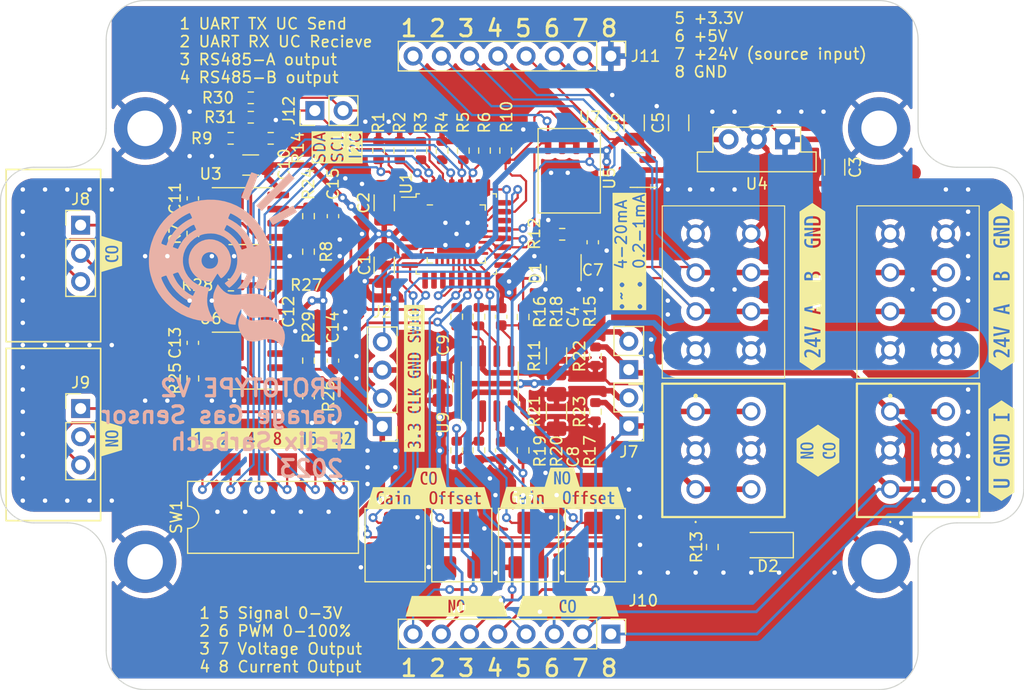
<source format=kicad_pcb>
(kicad_pcb (version 20221018) (generator pcbnew)
  (layers (0 "F.Cu" signal) (31 "B.Cu" signal) (34 "B.Paste" user) (35 "F.Paste" user) (36 "B.SilkS" user "B.Silkscreen") (37 "F.SilkS" user "F.Silkscreen") (38 "B.Mask" user) (39 "F.Mask" user) (44 "Edge.Cuts" user))
  (net 0 "")
  (net 1 "Net-(D2-A)")
  (net 2 "GND")
  (net 3 "+5V")
  (net 4 "+24V")
  (net 5 "+3.3V")
  (net 6 "I2C_SDA")
  (net 7 "I2C_SCL")
  (net 22 "/Inputs and sensors/Counter_CO")
  (net 23 "Net-(J6-Pin_2)")
  (net 24 "Net-(J7-Pin_2)")
  (net 25 "Net-(U9B-+)")
  (net 26 "Net-(U9A-+)")
  (net 27 "Net-(U9B--)")
  (net 28 "Net-(U9A--)")
  (net 29 "U_Out_NO")
  (net 30 "RS485-B")
  (net 31 "RS485-A")
  (net 32 "SWCLK")
  (net 33 "SWDIO")
  (net 34 "I_Out_NO")
  (net 35 "I_Out_CO")
  (net 36 "U_Out_CO")
  (net 37 "analog_PWM_CO")
  (net 38 "analog_PWM_NO")
  (net 39 "LED")
  (net 40 "NO2")
  (net 41 "CO")
  (net 42 "Gain_CO")
  (net 43 "offset_CO")
  (net 44 "Gain_NO")
  (net 45 "offset_NO")
  (net 46 "DIP0")
  (net 47 "DIP1")
  (net 48 "DIP2")
  (net 49 "DIP3")
  (net 50 "DIP4")
  (net 51 "DIP5")
  (net 52 "UART_RX")
  (net 53 "UART_TX")
  (net 54 "T_NRST-Button")
  (net 55 "Read_!Enable")
  (net 56 "Net-(U3A--)")
  (net 57 "/Inputs and sensors/Counter_NO")
  (net 58 "Net-(U6A--)")
  (net 59 "/Inputs and sensors/Working_CO")
  (net 60 "/Inputs and sensors/Reference_CO")
  (net 61 "/Inputs and sensors/Working_NO")
  (net 62 "/Inputs and sensors/Reference_NO")
  (net 63 "Net-(U3B--)")
  (net 64 "Net-(U3A-+)")
  (net 65 "Net-(U6B--)")
  (net 66 "Net-(U6A-+)")
  (footprint "Resistor_SMD:R_0603_1608Metric" (layer "F.Cu") (at 175.445 24.5 90)
    (fp_text reference "R10")
    (fp_text value "R10K")
  )
  (footprint "Connector_PinHeader_2.54mm:PinHeader_1x04_P2.54mm_Vertical" (layer "F.Cu") (at 164.3508 49.3254 180)
    (fp_text reference "J2")
    (fp_text value "Screw_Terminal_01x04")
  )
  (footprint "Capacitor_SMD:C_1206_3216Metric" (layer "F.Cu") (at 164.5254 34.8 -90)
    (fp_text reference "C1")
    (fp_text value "CAP4.7uF")
  )
  (footprint "Resistor_SMD:R_0603_1608Metric" (layer "F.Cu") (at 171.04 51.4746 -90)
    (fp_text reference "R19")
    (fp_text value "2.2k")
  )
  (footprint "Package_TO_SOT_SMD:SOT-23" (layer "F.Cu") (at 180.665 35.5375 -90)
    (fp_text reference "D1")
    (fp_text value "SM712_SOT23")
  )
  (footprint "MountingHole:MountingHole_3.2mm_M3_DIN965_Pad" (layer "F.Cu") (at 143.0254 61.5)
    (fp_text reference "H4" hide)
    (fp_text value "MountingHole_Pad")
  )
  (footprint "Resistor_SMD:R_0603_1608Metric" (layer "F.Cu") (at 173.54 24.5 90)
    (fp_text reference "R6")
    (fp_text value "R10K")
  )
  (footprint "Resistor_SMD:R_1206_3216Metric_Pad1.30x1.75mm_HandSolder" (layer "F.Cu") (at 180.015 42.9746 90)
    (fp_text reference "R11")
    (fp_text value "R470")
  )
  (footprint "Connector_PinHeader_2.54mm:PinHeader_1x02_P2.54mm_Vertical" (layer "F.Cu") (at 158.2854 20.9 90)
    (fp_text reference "J12")
    (fp_text value "Conn_01x02_Pin")
  )
  (footprint "PCM_Potentiometer_SMD_AKL:Potentiometer_Bourns_3214J_Horizontal" (layer "F.Cu") (at 183.5 60 -90)
    (fp_text reference "RV4" hide)
    (fp_text value "R_Poti_1K" hide)
  )
  (footprint "Capacitor_SMD:C_1206_3216Metric" (layer "F.Cu") (at 191 22 90)
    (fp_text reference "C5")
    (fp_text value "CAP22uF")
  )
  (footprint "Package_SO:SOIC-8_3.9x4.9mm_P1.27mm" (layer "F.Cu") (at 152.5154 30.4)
    (fp_text reference "U3")
    (fp_text value "MCP6002-xMS")
  )
  (footprint "Fiducial:Fiducial_1.5mm_Mask3mm" (layer "F.Cu") (at 212.0254 26.5)
    (fp_text reference "FID2" hide)
    (fp_text value "Fiducial")
  )
  (footprint "Connector_PinHeader_2.54mm:PinHeader_1x08_P2.54mm_Vertical" (layer "F.Cu") (at 184.9004 68 -90)
    (fp_text reference "J10")
    (fp_text value "Conn_01x08")
  )
  (footprint "Capacitor_SMD:C_1206_3216Metric" (layer "F.Cu") (at 152.5154 39 180)
    (fp_text reference "C12")
    (fp_text value "CAP1uF")
  )
  (footprint "Resistor_SMD:R_0603_1608Metric" (layer "F.Cu") (at 177.015 39.4746 -90)
    (fp_text reference "R15")
    (fp_text value "1k")
  )
  (footprint "Resistor_SMD:R_0603_1608Metric" (layer "F.Cu") (at 171.635 24.5 90)
    (fp_text reference "R5")
    (fp_text value "R10K")
  )
  (footprint "Capacitor_SMD:C_0603_1608Metric" (layer "F.Cu") (at 175.04 51.4746 -90)
    (fp_text reference "C8")
    (fp_text value "470nF")
  )
  (footprint "kibuzzard-64E958FD" (layer "F.Cu") (at 168.5254 53.9746)
    (fp_text reference "kibuzzard-64E958FD" hide)
    (fp_text value "G***" hide)
  )
  (footprint "kibuzzard-655D1F2B" (layer "F.Cu") (at 181.0254 65.5)
    (fp_text reference "kibuzzard-655D1F2B" hide)
    (fp_text value "G***" hide)
  )
  (footprint "kibuzzard-64ECCA80" (layer "F.Cu") (at 220.0254 36.75 90)
    (fp_text reference "kibuzzard-64ECCA80" hide)
    (fp_text value "G***" hide)
  )
  (footprint "Connector_PinHeader_2.54mm:PinHeader_1x02_P2.54mm_Vertical" (layer "F.Cu") (at 186.515 44.2046 180)
    (fp_text reference "J6" hide)
    (fp_text value "Conn_01x02_Pin")
  )
  (footprint "PCM_Potentiometer_SMD_AKL:Potentiometer_Bourns_3214J_Horizontal" (layer "F.Cu") (at 171.5 60 -90)
    (fp_text reference "RV2" hide)
    (fp_text value "R_Poti_1K" hide)
  )
  (footprint "Capacitor_SMD:C_1206_3216Metric" (layer "F.Cu") (at 152.5154 25.8 180)
    (fp_text reference "C10")
    (fp_text value "CAP1uF")
  )
  (footprint "kibuzzard-650224F1" (layer "F.Cu") (at 203.5254 51.5 90)
    (fp_text reference "kibuzzard-650224F1" hide)
    (fp_text value "G***" hide)
  )
  (footprint "Capacitor_SMD:C_1206_3216Metric" (layer "F.Cu") (at 164.5254 29.2 90)
    (fp_text reference "C2")
    (fp_text value "CAP100nF")
  )
  (footprint "Resistor_SMD:R_0603_1608Metric" (layer "F.Cu") (at 183.515 48 90)
    (fp_text reference "R23")
    (fp_text value "10KR")
  )
  (footprint "LED_SMD:LED_1206_3216Metric" (layer "F.Cu") (at 199.0254 60 180)
    (fp_text reference "D2")
    (fp_text value "IR26-21C_L110_TR8")
  )
  (footprint "Resistor_SMD:R_0603_1608Metric" (layer "F.Cu") (at 164.015 24.5 90)
    (fp_text reference "R1")
    (fp_text value "R10K")
  )
  (footprint "Converter_DCDC:Converter_DCDC_Murata_OKI-78SR_Vertical" (layer "F.Cu") (at 200.5654 23.485 180)
    (fp_text reference "U4")
    (fp_text value "OKI-78SR-5_1.5-W36-C")
  )
  (footprint "Package_TO_SOT_SMD:SOT-23" (layer "F.Cu") (at 187.2754 26.25 180)
    (fp_text reference "U5")
    (fp_text value "AP2127N-3.3")
  )
  (footprint "Capacitor_SMD:C_1206_3216Metric" (layer "F.Cu") (at 205.0254 26 -90)
    (fp_text reference "C3")
    (fp_text value "CAP10uF")
  )
  (footprint "Capacitor_SMD:C_0603_1608Metric" (layer "F.Cu") (at 147.3154 41.8 -90)
    (fp_text reference "C13")
    (fp_text value "CAP1uF")
  )
  (footprint "Resistor_SMD:R_0603_1608Metric" (layer "F.Cu") (at 194.0254 60.175 90)
    (fp_text reference "R13")
    (fp_text value "R100")
  )
  (footprint "kibuzzard-64ECCBAE" (layer "F.Cu") (at 220.0254 51.5 90)
    (fp_text reference "kibuzzard-64ECCBAE" hide)
    (fp_text value "G***" hide)
  )
  (footprint "Resistor_SMD:R_0603_1608Metric" (layer "F.Cu") (at 150.7404 36.6)
    (fp_text reference "R28")
    (fp_text value "1k")
  )
  (footprint "kibuzzard-650224CC" (layer "F.Cu") (at 180.5254 55.7)
    (fp_text reference "kibuzzard-650224CC" hide)
    (fp_text value "G***" hide)
  )
  (footprint "Resistor_SMD:R_1206_3216Metric_Pad1.30x1.75mm_HandSolder" (layer "F.Cu") (at 180.015 47.9746 90)
    (fp_text reference "R21")
    (fp_text value "R470")
  )
  (footprint "Resistor_SMD:R_0603_1608Metric" (layer "F.Cu") (at 177.015 51.4746 90)
    (fp_text reference "R17")
    (fp_text value "1k")
  )
  (footprint "Connector_Phoenix_SPT:1862068" (layer "F.Cu") (at 210.0254 42.4746 90)
    (fp_text reference "J3" hide)
    (fp_text value "Screw_Terminal_01x08" hide)
  )
  (footprint "Resistor_SMD:R_0603_1608Metric" (layer "F.Cu") (at 169.73 24.5 90)
    (fp_text reference "R4")
    (fp_text value "R10K")
  )
  (footprint "Resistor_SMD:R_0603_1608Metric" (layer "F.Cu") (at 152.5254 19.75)
    (fp_text reference "R30")
    (fp_text value "R1K")
  )
  (footprint "PCM_Potentiometer_SMD_AKL:Potentiometer_Bourns_3214J_Horizontal" (layer "F.Cu") (at 177.5 60 -90)
    (fp_text reference "RV3" hide)
    (fp_text value "R_Poti_1K" hide)
  )
  (footprint "kibuzzard-651DD908" (layer "F.Cu") (at 140.0254 33.8 90)
    (fp_text reference "kibuzzard-651DD908" hide)
    (fp_text value "G***" hide)
  )
  (footprint "Capacitor_SMD:C_0603_1608Metric" (layer "F.Cu") (at 159.9154 43.4 90)
    (fp_text reference "C14")
    (fp_text value "CAP1uF")
  )
  (footprint "Resistor_SMD:R_0603_1608Metric" (layer "F.Cu") (at 147.3154 45 90)
    (fp_text reference "R25")
    (fp_text value "R10K")
  )
  (footprint "Capacitor_SMD:C_0603_1608Metric" (layer "F.Cu") (at 175.04 39.4496 90)
    (fp_text reference "C4")
    (fp_text value "470nF")
  )
  (footprint "Resistor_SMD:R_0603_1608Metric" (layer "F.Cu") (at 157.7154 33.6 90)
    (fp_text reference "R8")
    (fp_text value "10")
  )
  (footprint "PCM_Potentiometer_SMD_AKL:Potentiometer_Bourns_3214J_Horizontal" (layer "F.Cu") (at 165.5 60 -90)
    (fp_text reference "RV1" hide)
    (fp_text value "R_Poti_1K" hide)
  )
  (footprint "kibuzzard-64E958EB" (layer "F.Cu") (at 180.5254 53.95)
    (fp_text reference "kibuzzard-64E958EB" hide)
    (fp_text value "G***" hide)
  )
  (footprint "Capacitor_SMD:C_1206_3216Metric" (layer "F.Cu") (at 169.7754 45.5 -90)
    (fp_text reference "C9")
    (fp_text value "CAP1uF")
  )
  (footprint "Resistor_SMD:R_0603_1608Metric" (layer "F.Cu") (at 183.515 43 90)
    (fp_text reference "R22")
    (fp_text value "10KR")
  )
  (footprint "Resistor_SMD:R_0603_1608Metric" (layer "F.Cu") (at 157.7154 30.4 90)
    (fp_text reference "R24")
    (fp_text value "R10K")
  )
  (footprint "Connector_Phoenix_SPT:1071000" (layer "F.Cu") (at 210.0254 54.9746 90)
    (fp_text reference "J5" hide)
    (fp_text value "Screw_Terminal_01x06" hide)
  )
  (footprint "MountingHole:MountingHole_3.2mm_M3_DIN965_Pad" (layer "F.Cu") (at 143.0254 22.5)
    (fp_text reference "H2" hide)
    (fp_text value "MountingHole_Pad")
  )
  (footprint "kibuzzard-651DD8EE" (layer "F.Cu") (at 140.0254 50.4 90)
    (fp_text reference "kibuzzard-651DD8EE" hide)
    (fp_text value "G***" hide)
  )
  (footprint "Resistor_SMD:R_0603_1608Metric" (layer "F.Cu") (at 165.92 24.5 90)
    (fp_text reference "R2")
    (fp_text value "R10K")
  )
  (footprint "PCM_Package_SO_AKL:SOIC-8_3.9x4.9mm_P1.27mm" (layer "F.Cu") (at 181.16 26.315 -90)
    (fp_text reference "U7")
    (fp_text value "LT1785xS8" hide)
  )
  (footprint "MountingHole:MountingHole_3.2mm_M3_DIN965_Pad" (layer "F.Cu") (at 209.0254 22.5)
    (fp_text reference "H1" hide)
    (fp_text value "MountingHole_Pad")
  )
  (footprint "kibuzzard-64ECCA5B" (layer "F.Cu") (at 203.0254 36.75 90)
    (fp_text reference "kibuzzard-64ECCA5B" hide)
    (fp_text value "G***" hide)
  )
  (footprint "Resistor_SMD:R_0603_1608Metric" (layer "F.Cu") (at 154.3154 23.4)
    (fp_text reference "R14")
    (fp_text value "2.2k")
  )
  (footprint "Package_SO:SOIC-8_3.9x4.9mm_P1.27mm" (layer "F.Cu") (at 174.015 45.4746 90)
    (fp_text reference "U9")
    (fp_text value "AD8676")
  )
  (footprint "kibuzzard-64E92756" (layer "F.Cu") (at 154.5254 50.4)
    (fp_text reference "kibuzzard-64E92756" hide)
    (fp_text value "G***" hide)
  )
  (footprint "Package_DFN_QFN:QFN-32-1EP_5x5mm_P0.5mm_EP3.45x3.45mm" (layer "F.Cu") (at 171 32)
    (fp_text reference "U2" hide)
    (fp_text value "STM32G031K8Ux")
  )
  (footprint "Package_QFP:LQFP-32_7x7mm_P0.8mm" (layer "F.Cu") (at 171 32)
    (fp_text reference "U1")
    (fp_text value "STM32G031K8Tx")
  )
  (footprint "Package_SO:SOIC-8_3.9x4.9mm_P1.27mm" (layer "F.Cu") (at 152.5154 43.4)
    (fp_text reference "U6")
    (fp_text value "MCP6002-xMS")
  )
  (footprint "Resistor_SMD:R_0603_1608Metric" (layer "F.Cu") (at 150.7154 23.4)
    (fp_text reference "R9")
    (fp_text value "1k")
  )
  (footprint "MountingHole:MountingHole_3.2mm_M3_DIN965_Pad" (layer "F.Cu") (at 209.0254 61.5)
    (fp_text reference "H3" hide)
    (fp_text value "MountingHole_Pad")
  )
  (footprint "Connector_PinHeader_2.54mm:PinHeader_1x03_P2.54mm_Vertical" (layer "F.Cu") (at 137.2254 31.21)
    (fp_text reference "J8")
    (fp_text value "Conn_01x03")
  )
  (footprint "Connector_Phoenix_SPT:1862068" (layer "F.Cu") (at 192.5254 42.4746 90)
    (fp_text reference "J1" hide)
    (fp_text value "Screw_Terminal_01x08" hide)
  )
  (footprint "Resistor_SMD:R_0603_1608Metric" (layer "F.Cu") (at 173.04 51.4746 -90)
    (fp_text reference "R20")
    (fp_text value "R1K")
  )
  (footprint "kibuzzard-655D1F21" (layer "F.Cu") (at 171.0254 65.5)
    (fp_text reference "kibuzzard-655D1F21" hide)
    (fp_text value "G***" hide)
  )
  (footprint "Capacitor_SMD:C_0603_1608Metric" (layer "F.Cu") (at 183.2754 32.75 -90)
    (fp_text reference "C7")
    (fp_text value "CAP100nF")
  )
  (footprint "Connector_Phoenix_SPT:1071000" (layer "F.Cu") (at 192.5254 54.9746 90)
    (fp_text reference "J4" hide)
    (fp_text value "Screw_Terminal_01x06" hide)
  )
  (footprint "Capacitor_SMD:C_0603_1608Metric" (layer "F.Cu") (at 159.9154 30.4 90)
    (fp_text reference "C15")
    (fp_text value "CAP1uF")
  )
  (footprint "Capacitor_SMD:C_1206_3216Metric" (layer "F.Cu") (at 187 22 90)
    (fp_text reference "C6")
    (fp_text value "CAP1uF")
  )
  (footprint "Resistor_SMD:R_0603_1608Metric" (layer "F.Cu") (at 173.04 39.4496 90)
    (fp_text reference "R18")
    (fp_text value "R1K")
  )
  (footprint "Resistor_SMD:R_0603_1608Metric" (layer "F.Cu") (at 157.7154 46.6 90)
    (fp_text reference "R26")
    (fp_text value "10")
  )
  (footprint "Package_DIP:SMDIP-12_W9.53mm" (layer "F.Cu") (at 154.5254 57.5 90)
    (fp_text reference "SW1")
    (fp_text value "SW_DIP_x06")
  )
  (footprint "Resistor_SMD:R_0603_1608Metric" (layer "F.Cu") (at 152.5254 21.5)
    (fp_text reference "R31")
    (fp_text value "R1K")
  )
  (footprint "Resistor_SMD:R_0603_1608Metric" (layer "F.Cu") (at 171.04 39.4496 90)
    (fp_text reference "R16")
    (fp_text value "2.2k")
  )
  (footprint "Resistor_SMD:R_0603_1608Metric" (layer "F.Cu") (at 180.525 32.03)
    (fp_text reference "R12")
    (fp_text value "R220")
  )
  (footprint "Capacitor_SMD:C_0603_1608Metric" (layer "F.Cu") (at 147.3154 28.8 -90)
    (fp_text reference "C11")
    (fp_text value "CAP1uF")
  )
  (footprint "Resistor_SMD:R_0603_1608Metric" (layer "F.Cu") (at 157.7154 43.4 90)
    (fp_text reference "R29")
    (fp_text value "R10K")
  )
  (footprint "Connector_PinHeader_2.54mm:PinHeader_1x02_P2.54mm_Vertical" (layer "F.Cu") (at 186.515 49.2846 180)
    (fp_text reference "J7")
    (fp_text value "Conn_01x02_Pin")
  )
  (footprint "kibuzzard-650224BF" (layer "F.Cu") (at 168.5254 55.7246)
    (fp_text reference "kibuzzard-650224BF" hide)
    (fp_text value "G***" hide)
  )
  (footprint "Resistor_SMD:R_0603_1608Metric" (layer "F.Cu") (at 167.825 24.5 90)
    (fp_text reference "R3")
    (fp_text value "R10K")
  )
  (footprint "Connector_PinHeader_2.54mm:PinHeader_1x08_P2.54mm_Vertical" (layer "F.Cu") (at 184.9004 16 -90)
    (fp_text reference "J11")
    (fp_text value "Conn_01x08")
  )
  (footprint "Resistor_SMD:R_0603_1608Metric" (layer "F.Cu") (at 147.3154 32 90)
    (fp_text reference "R7")
    (fp_text value "R10K")
  )
  (footprint "Fiducial:Fiducial_1.5mm_Mask3mm" (layer "F.Cu") (at 142.8254 55.8)
    (fp_text reference "FID1" hide)
    (fp_text value "Fiducial")
  )
  (footprint "kibuzzard-64E925B6" (layer "F.Cu") (at 167.2254 45 90)
    (fp_text reference "kibuzzard-64E925B6" hide)
    (fp_text value "G***" hide)
  )
  (footprint "Resistor_SMD:R_0603_1608Metric" (layer "F.Cu") (at 154.3404 36.6)
    (fp_text reference "R27")
    (fp_text value "1k")
  )
  (footprint "Connector_PinHeader_2.54mm:PinHeader_1x03_P2.54mm_Vertical" (layer "F.Cu") (at 137.2254 47.71)
    (fp_text reference "J9")
    (fp_text value "Conn_01x03")
  )
  (footprint "Custom_Library:gas-sensor_ICON" (layer "B.Cu") (at 150.0254 35 180)
    (fp_text reference "G***" hide)
    (fp_text value "LOGO" hide)
  )
  (gr_rect (start 130.5254 26.2) (end 139.0254 41.7) (stroke (width 0.15)) (fill none) (layer "F.SilkS"))
  (gr_rect (start 130.5254 42.3) (end 139.0254 57.8) (stroke (width 0.15)) (fill none) (layer "F.SilkS"))
  (gr_line (start 219.0254 26) (end 216.0254 26) (stroke (width 0.1)) (layer "Edge.Cuts"))
  (gr_arc (start 212.5254 69.5) (mid 211.500274 71.974874) (end 209.0254 73) (stroke (width 0.1)) (layer "Edge.Cuts"))
  (gr_line (start 139.5254 61.5) (end 139.5254 69.5) (stroke (width 0.1)) (layer "Edge.Cuts"))
  (gr_line (start 130.0254 29) (end 130.0254 55) (stroke (width 0.1)) (layer "Edge.Cuts"))
  (gr_line (start 216.0254 58) (end 219.0254 58) (stroke (width 0.1)) (layer "Edge.Cuts"))
  (gr_arc (start 212.5254 61.5) (mid 213.550526 59.025126) (end 216.0254 58) (stroke (width 0.1)) (layer "Edge.Cuts"))
  (gr_line (start 212.5254 14.5) (end 212.5254 22.5) (stroke (width 0.1)) (layer "Edge.Cuts"))
  (gr_line (start 139.5254 22.5) (end 139.5254 14.5) (stroke (width 0.1)) (layer "Edge.Cuts"))
  (gr_arc (start 143.0254 73) (mid 140.550526 71.974874) (end 139.5254 69.5) (stroke (width 0.1)) (layer "Edge.Cuts"))
  (gr_line (start 222.0254 55) (end 222.0254 29) (stroke (width 0.1)) (layer "Edge.Cuts"))
  (gr_line (start 209.0254 11) (end 143.0254 11) (stroke (width 0.1)) (layer "Edge.Cuts"))
  (gr_line (start 212.5254 61.5) (end 212.5254 69.5) (stroke (width 0.1)) (layer "Edge.Cuts"))
  (gr_line (start 133.0254 58) (end 136.0254 58) (stroke (width 0.1)) (layer "Edge.Cuts"))
  (gr_arc (start 222.0254 55) (mid 221.14672 57.12132) (end 219.0254 58) (stroke (width 0.1)) (layer "Edge.Cuts"))
  (gr_arc (start 139.5254 22.5) (mid 138.500274 24.974874) (end 136.0254 26) (stroke (width 0.1)) (layer "Edge.Cuts"))
  (gr_arc (start 209.0254 11) (mid 211.500274 12.025126) (end 212.5254 14.5) (stroke (width 0.1)) (layer "Edge.Cuts"))
  (gr_arc (start 216.0254 26) (mid 213.550526 24.974874) (end 212.5254 22.5) (stroke (width 0.1)) (layer "Edge.Cuts"))
  (gr_arc (start 219.0254 26) (mid 221.14672 26.87868) (end 222.0254 29) (stroke (width 0.1)) (layer "Edge.Cuts"))
  (gr_arc (start 139.5254 14.5) (mid 140.550526 12.025126) (end 143.0254 11) (stroke (width 0.1)) (layer "Edge.Cuts"))
  (gr_arc (start 136.0254 58) (mid 138.500274 59.025126) (end 139.5254 61.5) (stroke (width 0.1)) (layer "Edge.Cuts"))
  (gr_line (start 143.0254 73) (end 209.0254 73) (stroke (width 0.1)) (layer "Edge.Cuts"))
  (gr_line (start 136.0254 26) (end 133.0254 26) (stroke (width 0.1)) (layer "Edge.Cuts"))
  (gr_arc (start 133.0254 58) (mid 130.90408 57.12132) (end 130.0254 55) (stroke (width 0.1)) (layer "Edge.Cuts"))
  (gr_arc (start 130.0254 29) (mid 130.90408 26.87868) (end 133.0254 26) (stroke (width 0.1)) (layer "Edge.Cuts"))
  (gr_text "PROTOTYPE V2\nGarage Gas Sensor \nFelix Sarbach\n2023" (at 161.0254 54) (layer "B.SilkS") (effects (font (size 1.5 1.5) (thickness 0.3) bold) (justify left bottom mirror)))
  (gr_text "1 UART TX UC Send\n2 UART RX UC Recieve\n3 RS485-A output\n4 RS485-B output " (at 146.0254 18.5) (layer "F.SilkS") (effects (font (size 1 1)) (justify left bottom)))
  (gr_text "1 5 Signal 0-3V\n2 6 PWM 0-100%\n3 7 Voltage Output\n4 8 Current Output" (at 147.8054 68.53) (layer "F.SilkS") (effects (font (size 1 1)) (justify left)))
  (gr_text "5 +3.3V\n6 +5V\n7 +24V (source input)\n8 GND" (at 190.5254 18) (layer "F.SilkS") (effects (font (size 1 1)) (justify left bottom)))
  (gr_text "1 2 3 4 5 6 7 8" (at 175.7454 13.5) (layer "F.SilkS") (effects (font (size 1.5 1.5) (thickness 0.25) bold)))
  (gr_text "•~• 4-20mA\n• • 0.2-1mA\n" (at 188.0254 39.25 90) (layer "F.SilkS" knockout) (effects (font (size 1 1)) (justify left bottom)))
  (gr_text "1 2 3 4 5 6 7 8" (at 175.7454 71.07) (layer "F.SilkS") (effects (font (size 1.5 1.5) (thickness 0.25) bold)))
  (gr_text "SDA\nSCL\nI2C" (at 162.5254 22.75 90) (layer "F.SilkS" knockout) (effects (font (size 1 1)) (justify right bottom)))
  (segment (start 194.0254 61) (end 195.1504 61) (width 0.2) (layer "F.Cu") (net 1))
  (segment (start 196.1504 60) (end 197.6254 60) (width 0.2) (layer "F.Cu") (net 1))
  (segment (start 195.1504 61) (end 196.1504 60) (width 0.2) (layer "F.Cu") (net 1))
  (segment (start 164.8754 34.75) (end 164.888573 34.75) (width 0.25) (layer "F.Cu") (net 2))
  (segment (start 165.7504 32.781602) (end 166.132002 32.4) (width 0.25) (layer "F.Cu") (net 2))
  (segment (start 164.5254 36.475) (end 164.5254 35.1) (width 0.25) (layer "F.Cu") (net 2))
  (segment (start 164.5254 35.1) (end 164.8754 34.75) (width 0.25) (layer "F.Cu") (net 2))
  (segment (start 166.388604 32.25) (end 166.975 32.25) (width 0.25) (layer "F.Cu") (net 2))
  (segment (start 166.132002 32.4) (end 166.388604 32.4) (width 0.25) (layer "F.Cu") (net 2))
  (segment (start 168.5625 32.25) (end 170.75 32.25) (width 0.25) (layer "F.Cu") (net 2))
  (segment (start 166.975 32.25) (end 168.5625 32.25) (width 0.25) (layer "F.Cu") (net 2))
  (segment (start 164.888573 34.75) (end 165.7504 33.888173) (width 0.25) (layer "F.Cu") (net 2))
  (segment (start 165.7504 33.888173) (end 165.7504 32.781602) (width 0.25) (layer "F.Cu") (net 2))
  (via (at 196.0254 28) (size 0.8) (drill 0.4) (layers "F.Cu" "B.Cu") (net 2))
  (via (at 151.0254 34) (size 0.8) (drill 0.4) (layers "F.Cu" "B.Cu") (net 2))
  (via (at 217.0254 38) (size 0.8) (drill 0.4) (layers "F.Cu" "B.Cu") (net 2))
  (via (at 189.0254 20.5) (size 0.8) (drill 0.4) (layers "F.Cu" "B.Cu") (net 2))
  (via (at 182.0254 37) (size 0.8) (drill 0.4) (layers "F.Cu" "B.Cu") (net 2))
  (via (at 161.0254 40.5) (size 0.8) (drill 0.4) (layers "F.Cu" "B.Cu") (net 2))
  (via (at 174.5254 55.5) (size 0.8) (drill 0.4) (layers "F.Cu" "B.Cu") (net 2))
  (via (at 217.0254 34) (size 0.8) (drill 0.4) (layers "F.Cu" "B.Cu") (net 2))
  (via (at 156.5254 40.75) (size 0.8) (drill 0.4) (layers "F.Cu" "B.Cu") (net 2))
  (via (at 196.0254 21) (size 0.8) (drill 0.4) (layers "F.Cu" "B.Cu") (net 2))
  (via (at 132.0254 38) (size 0.8) (drill 0.4) (layers "F.Cu" "B.Cu") (net 2))
  (via (at 132.0254 54) (size 0.8) (drill 0.4) (layers "F.Cu" "B.Cu") (net 2))
  (via (at 134.0254 28) (size 0.8) (drill 0.4) (layers "F.Cu" "B.Cu") (net 2))
  (via (at 132.0254 52) (size 0.8) (drill 0.4) (layers "F.Cu" "B.Cu") (net 2))
  (via (at 162.8254 21.9) (size 0.8) (drill 0.4) (layers "F.Cu" "B.Cu") (net 2))
  (via (at 180.5254 62.5) (size 0.8) (drill 0.4) (layers "F.Cu" "B.Cu") (net 2))
  (via (at 217.0254 30) (size 0.8) (drill 0.4) (layers "F.Cu" "B.Cu") (net 2))
  (via (at 162.5254 27.5) (size 0.8) (drill 0.4) (layers "F.Cu" "B.Cu") (net 2))
  (via (at 132.0254 36) (size 0.8) (drill 0.4) (layers "F.Cu" "B.Cu") (net 2))
  (via (at 159.5254 57) (size 0.8) (drill 0.4) (layers "F.Cu" "B.Cu") (net 2))
  (via (at 190.0254 62.4746) (size 0.8) (drill 0.4) (layers "F.Cu" "B.Cu") (net 2))
  (via (at 147.0254 25) (size 0.8) (drill 0.4) (layers "F.Cu" "B.Cu") (net 2))
  (via (at 212.0254 37) (size 0.8) (drill 0.4) (layers "F.Cu" "B.Cu") (net 2))
  (via (at 163.0254 53) (size 0.8) (drill 0.4) (layers "F.Cu" "B.Cu") (net 2))
  (via (at 179.0254 53.5) (size 0.8) (drill 0.4) (layers "F.Cu" "B.Cu") (net 2))
  (via (at 140.0254 28) (size 0.8) (drill 0.4) (layers "F.Cu" "B.Cu") (net 2))
  (via (at 217.0254 50) (size 0.8) (drill 0.4) (layers "F.Cu" "B.Cu") (net 2))
  (via (at 154.5254 57) (size 0.8) (drill 0.4) (layers "F.Cu" "B.Cu") (net 2))
  (via (at 184.5254 33.5) (size 0.8) (drill 0.4) (layers "F.Cu" "B.Cu") (net 2))
  (via (at 140.0254 42) (size 0.8) (drill 0.4) (layers "F.Cu" "B.Cu") (net 2))
  (via (at 152.0254 57) (size 0.8) (drill 0.4) (layers "F.Cu" "B.Cu") (net 2))
  (via (at 138.0254 56) (size 0.8) (drill 0.4) (layers "F.Cu" "B.Cu") (net 2))
  (via (at 200.0254 21) (size 0.8) (drill 0.4) (layers "F.Cu" "B.Cu") (net 2))
  (via (at 178.5254 66) (size 0.8) (drill 0.4) (layers "F.Cu" "B.Cu") (net 2))
  (via (at 188.5254 43) (size 0.8) (drill 0.4) (layers "F.Cu" "B.Cu") (net 2))
  (via (at 149.0254 47) (size 0.8) (drill 0.4) (layers "F.Cu" "B.Cu") (net 2))
  (via (at 185.0254 19.5) (size 0.8) (drill 0.4) (layers "F.Cu" "B.Cu") (net 2))
  (via (at 196.0254 37) (size 0.8) (drill 0.4) (layers "F.Cu" "B.Cu") (net 2))
  (via (at 184.0254 37) (size 0.8) (drill 0.4) (layers "F.Cu" "B.Cu") (net 2))
  (via (at 136.0254 42) (size 0.8) (drill 0.4) (layers "F.Cu" "B.Cu") (net 2))
  (via (at 132.0254 40) (size 0.8) (drill 0.4) (layers "F.Cu" "B.Cu") (net 2))
  (via (at 175.7506 36.2762) (size 0.8) (drill 0.4) (layers "F.Cu" "B.Cu") (net 2))
  (via (at 213.0254 56) (size 0.8) (drill 0.4) (layers "F.Cu" "B.Cu") (net 2))
  (via (at 156.0254 34) (size 0.8) (drill 0.4) (layers "F.Cu" "B.Cu") (net 2))
  (via (at 217.0254 28) (size 0.8) (drill 0.4) (layers "F.Cu" "B.Cu") (net 2))
  (via (at 168.5254 61.9746) (size 0.8) (drill 0.4) (layers "F.Cu" "B.Cu") (net 2))
  (via (at 195.0254 62.4746) (size 0.8) (drill 0.4) (layers "F.Cu" "B.Cu") (net 2))
  (via (at 170.0254 31) (size 0.8) (drill 0.4) (layers "F.Cu" "B.Cu") (net 2))
  (via (at 190.0254 28) (size 0.8) (drill 0.4) (layers "F.Cu" "B.Cu") (net 2))
  (via (at 156.0254 47) (size 0.8) (drill 0.4) (layers "F.Cu" "B.Cu") (net 2))
  (via (at 190.0254 38) (size 0.8) (drill 0.4) (layers "F.Cu" "B.Cu") (net 2))
  (via (at 134.0254 56) (size 0.8) (drill 0.4) (layers "F.Cu" "B.Cu") (net 2))
  (via (at 190.0254 39.25) (size 0.8) (drill 0.4) (layers "F.Cu" "B.Cu") (net 2))
  (via (at 145.0254 47) (size 0.8) (drill 0.4) (layers "F.Cu" "B.Cu") (net 2))
  (via (at 204.0254 21) (size 0.8) (drill 0.4) (layers "F.Cu" "B.Cu") (net 2))
  (via (at 200.0254 62.4746) (size 0.8) (drill 0.4) (layers "F.Cu" "B.Cu") (net 2))
  (via (at 174.5254 62.5) (size 0.8) (drill 0.4) (layers "F.Cu" "B.Cu") (net 2))
  (via (at 159.0254 35.25) (size 0.8) (drill 0.4) (layers "F.Cu" "B.Cu") (net 2))
  (via (at 202.0254 21) (size 0.8) (drill 0.4) (layers "F.Cu" "B.Cu") (net 2))
  (via (at 177.015 49.5) (size 0.8) (drill 0.4) (layers "F.Cu" "B.Cu") (net 2))
  (via (at 149.0254 34) (size 0.8) (drill 0.4) (layers "F.Cu" "B.Cu") (net 2))
  (via (at 160.5254 34) (size 0.8) (drill 0.4) (layers "F.Cu" "B.Cu") (net 2))
  (via (at 179.2754 30.75) (size 0.8) (drill 0.4) (layers "F.Cu" "B.Cu") (net 2))
  (via (at 167.5254 57.5) (size 0.8) (drill 0.4) (layers "F.Cu" "B.Cu") (net 2))
  (via (at 217.0254 46) (size 0.8) (drill 0.4) (layers "F.Cu" "B.Cu") (net 2))
  (via (at 169.5254 48.5) (size 0.8) (drill 0.4) (layers "F.Cu" "B.Cu") (net 2))
  (via (at 147.0254 21) (size 0.8) (drill 0.4) (layers "F.Cu" "B.Cu") (net 2))
  (via (at 161.0254 39) (size 0.8) (drill 0.4) (layers "F.Cu" "B.Cu") (net 2))
  (via (at 169.5254 51.5) (size 0.8) (drill 0.4) (layers "F.Cu" "B.Cu") (net 2))
  (via (at 149.0254 38) (size 0.8) (drill 0.4) (layers "F.Cu" "B.Cu") (net 2))
  (via (at 138.0254 28) (size 0.8) (drill 0.4) (layers "F.Cu" "B.Cu") (net 2))
  (via (at 160.5254 32.5) (size 0.8) (drill 0.4) (layers "F.Cu" "B.Cu") (net 2))
  (via (at 217.0254 48) (size 0.8) (drill 0.4) (layers "F.Cu" "B.Cu") (net 2))
  (via (at 136.0254 28) (size 0.8) (drill 0.4) (layers "F.Cu" "B.Cu") (net 2))
  (via (at 154.7754 21.75) (size 0.8) (drill 0.4) (layers "F.Cu" "B.Cu") (net 2))
  (via (at 162.7754 36.25) (size 0.8) (drill 0.4) (layers "F.Cu" "B.Cu") (net 2))
  (via (at 143.0254 34) (size 0.8) (drill 0.4) (layers "F.Cu" "B.Cu") (net 2))
  (via (at 140.0254 56) (size 0.8) (drill 0.4) (layers "F.Cu" "B.Cu") (net 2))
  (via (at 185.5254 57.5) (size 0.8) (drill 0.4) (layers "F.Cu" "B.Cu") (net 2))
  (via (at 165.5254 51.5) (size 0.8) (drill 0.4) (layers "F.Cu" "B.Cu") (net 2))
  (via (at 162.0254 45) (size 0.8) (drill 0.4) (layers "F.Cu" "B.Cu") (net 2))
  (via (at 186.5254 55) (size 0.8) (drill 0.4) (layers "F.Cu" "B.Cu") (net 2))
  (via (at 187.5254 57.4746) (size 0.8) (drill 0.4) (layers "F.Cu" "B.Cu") (net 2))
  (via (at 138.0254 42) (size 0.8) (drill 0.4) (layers "F.Cu" "B.Cu") (net 2))
  (via (at 163.0254 54.5) (size 0.8) (drill 0.4) (layers "F.Cu" "B.Cu") (net 2))
  (via (at 205.0254 62.4746) (size 0.8) (drill 0.4) (layers "F.Cu" "B.Cu") (net 2))
  (via (at 158.0254 49) (size 0.8) (drill 0.4) (layers "F.Cu" "B.Cu") (net 2))
  (via (at 147.0254 38) (size 0.8) (drill 0.4) (layers "F.Cu" "B.Cu") (net 2))
  (via (at 194.0254 21) (size 0.8) (drill 0.4) (layers "F.Cu" "B.Cu") (net 2))
  (via (at 217.0254 54) (size 0.8) (drill 0.4) (layers "F.Cu" "B.Cu") (net 2))
  (via (at 194.0254 37) (size 0.8) (drill 0.4) (layers "F.Cu" "B.Cu") (net 2))
  (via (at 165.4254 37.8) (size 0.8) (drill 0.4) (layers "F.Cu" "B.Cu") (net 2))
  (via (at 174.0254 54) (size 0.8) (drill 0.4) (layers "F.Cu" "B.Cu") (net 2))
  (via (at 171.0254 32) (size 0.8) (drill 0.4) (layers "F.Cu" "B.Cu") (net 2))
  (via (at 136.0254 56) (size 0.8) (drill 0.4) (layers "F.Cu" "B.Cu") (net 2))
  (via (at 214.0254 37) (size 0.8) (drill 0.4) (layers "F.Cu" "B.Cu") (net 2))
  (via (at 132.0254 30) (size 0.8) (drill 0.4) (layers "F.Cu" "B.Cu") (net 2))
  (via (at 162.0254 43) (size 0.8) (drill 0.4) (layers "F.Cu" "B.Cu") (net 2))
  (via (at 157.0254 57) (size 0.8) (drill 0.4) (layers "F.Cu" "B.Cu") (net 2))
  (via (at 132.0254 56) (size 0.8) (drill 0.4) (layers "F.Cu" "B.Cu") (net 2))
  (via (at 145.0254 34) (size 0.8) (drill 0.4) (layers "F.Cu" "B.Cu") (net 2))
  (via (at 197.5254 62.4746) (size 0.8) (drill 0.4) (layers "F.Cu" "B.Cu") (net 2))
  (via (at 173.5254 58.5) (size 0.8) (drill 0.4) (layers "F.Cu" "B.Cu") (net 2))
  (via (at 149.0254 25) (size 0.8) (drill 0.4) (layers "F.Cu" "B.Cu") (net 2))
  (via (at 217.0254 56) (size 0.8) (drill 0.4) (layers "F.Cu" "B.Cu") (net 2))
  (via (at 172.0254 33) (size 0.8) (drill 0.4) (layers "F.Cu" "B.Cu") (net 2))
  (via (at 192.0254 28) (size 0.8) (drill 0.4) (layers "F.Cu" "B.Cu") (net 2))
  (via (at 132.0254 48) (size 0.8) (drill 0.4) (layers "F.Cu" "B.Cu") (net 2))
  (via (at 169.5254 50) (size 0.8) (drill 0.4) (layers "F.Cu" "B.Cu") (net 2))
  (via (at 192.5254 62.4746) (size 0.8) (drill 0.4) (layers "F.Cu" "B.Cu") (net 2))
  (via (at 132.0254 44) (size 0.8) (drill 0.4) (layers "F.Cu" "B.Cu") (net 2))
  (via (at 162.0254 49) (size 0.8) (drill 0.4) (layers "F.Cu" "B.Cu") (net 2))
  (via (at 176.015 49.5) (size 0.8) (drill 0.4) (layers "F.Cu" "B.Cu") (net 2))
  (via (at 163.0254 51.5) (size 0.8) (drill 0.4) (layers "F.Cu" "B.Cu") (net 2))
  (via (at 164.9254 21.9) (size 0.8) (drill 0.4) (layers "F.Cu" "B.Cu") (net 2))
  (via (at 132.0254 42) (size 0.8) (drill 0.4) (layers "F.Cu" "B.Cu") (net 2))
  (via (at 132.0254 46) (size 0.8) (drill 0.4) (layers "F.Cu" "B.Cu") (net 2))
  (via (at 217.0254 36) (size 0.8) (drill 0.4) (layers "F.Cu" "B.Cu") (net 2))
  (via (at 215.0254 28) (size 0.8) (drill 0.4) (layers "F.Cu" "B.Cu") (net 2))
  (via (at 175.7506 37.2762) (size 0.8) (drill 0.4) (layers "F.Cu" "B.Cu") (net 2))
  (via (at 151.0254 47) (size 0.8) (drill 0.4) (layers "F.Cu" "B.Cu") (net 2))
  (via (at 132.0254 34) (size 0.8) (drill 0.4) (layers "F.Cu" "B.Cu") (net 2))
  (via (at 178.0254 34) (size 0.8) (drill 0.4) (layers "F.Cu" "B.Cu") (net 2))
  (via (at 160.0254 49) (size 0.8) (drill 0.4) (layers "F.Cu" "B.Cu") (net 2))
  (via (at 162.5254 32) (size 0.8) (drill 0.4) (layers "F.Cu" "B.Cu") (net 2))
  (via (at 180.0254 55.5) (size 0.8) (drill 0.4) (layers "F.Cu" "B.Cu") (net 2))
  (via (at 161.0254 27) (size 0.8) (drill 0.4) (layers "F.Cu" "B.Cu") (net 2))
  (via (at 217.0254 32) (size 0.8) (drill 0.4) (layers "F.Cu" "B.Cu") (net 2))
  (via (at 179.5254 57.5) (size 0.8) (drill 0.4) (layers "F.Cu" "B.Cu") (net 2))
  (via (at 172.0254 31) (size 0.8) (drill 0.4) (layers "F.Cu" "B.Cu") (net 2))
  (via (at 132.0254 32) (size 0.8) (drill 0.4) (layers "F.Cu" "B.Cu") (net 2))
  (via (at 187.5254 62.4746) (size 0.8) (drill 0.4) (layers "F.Cu" "B.Cu") (net 2))
  (via (at 181.0254 26.5) (size 0.8) (drill 0.4) (layers "F.Cu" "B.Cu") (net 2))
  (via (at 162.4254 62) (size 0.8) (drill 0.4) (layers "F.Cu" "B.Cu") (net 2))
  (via (at 188.5254 41.5) (size 0.8) (drill 0.4) (layers "F.Cu" "B.Cu") (net 2))
  (via (at 179.5254 26.5) (size 0.8) (drill 0.4) (layers "F.Cu" "B.Cu") (net 2))
  (via (at 217.0254 52) (size 0.8) (drill 0.4) (layers "F.Cu" "B.Cu") (net 2))
  (via (at 194.0254 28) (size 0.8) (drill 0.4) (layers "F.Cu" "B.Cu") (net 2))
  (via (at 132.0254 50) (size 0.8) (drill 0.4) (layers "F.Cu" "B.Cu") (net 2))
  (via (at 179.0254 37) (size 0.8) (drill 0.4) (layers "F.Cu" "B.Cu") (net 2))
  (via (at 211.0254 58) (size 0.8) (drill 0.4) (layers "F.Cu" "B.Cu") (net 2))
  (via (at 149.5254 57) (size 0.8) (drill 0.4) (layers "F.Cu" "B.Cu") (net 2))
  (via (at 165.5254 53) (size 0.8) (drill 0.4) (layers "F.Cu" "B.Cu") (net 2))
  (via (at 132.0254 28) (size 0.8) (drill 0.4) (layers "F.Cu" "B.Cu") (net 2))
  (via (at 177.0254 22.6) (size 0.8) (drill 0.4) (layers "F.Cu" "B.Cu") (net 2))
  (via (at 143.0254 47) (size 0.8) (drill 0.4) (layers "F.Cu" "B.Cu") (net 2))
  (via (at 170.0254 33) (size 0.8) (drill 0.4) (layers "F.Cu" "B.Cu") (net 2))
  (via (at 134.0254 42) (size 0.8) (drill 0.4) (layers "F.Cu" "B.Cu") (net 2))
  (via (at 187.5254 59.9746) (size 0.8) (drill 0.4) (layers "F.Cu" "B.Cu") (net 2))
  (segment (start 179.8204 16) (end 185.8204 22) (width 0.25) (layer "F.Cu") (net 3))
  (segment (start 191 24.9004) (end 191 23.5) (width 0.5) (layer "F.Cu") (net 3))
  (segment (start 189.6504 26.25) (end 191 24.9004) (width 0.5) (layer "F.Cu") (net 3))
  (segment (start 189.525 22) (end 191 23.475) (width 0.25) (layer "F.Cu") (net 3))
  (segment (start 191 23.5) (end 195.4704 23.5) (width 0.5) (layer "F.Cu") (net 3))
  (segment (start 186.3379 26.25) (end 189.6504 26.25) (width 0.5) (layer "F.Cu") (net 3))
  (segment (start 185.8204 22) (end 189.525 22) (width 0.25) (layer "F.Cu") (net 3))
  (segment (start 170.2504 43.775) (end 171.0258 42.9996) (width 0.5) (layer "F.Cu") (net 4))
  (segment (start 197.0804 20) (end 200.5654 23.485) (width 0.25) (layer "F.Cu") (net 4))
  (segment (start 178.0314 45.4746) (end 171.25 45.4746) (width 0.5) (layer "F.Cu") (net 4))
  (segment (start 201.04 23.485) (end 204.0104 23.485) (width 0.5) (layer "F.Cu") (net 4))
  (segment (start 204.0104 23.485) (end 205.0254 24.5) (width 0.5) (layer "F.Cu") (net 4))
  (segment (start 182.3604 16) (end 184.8604 18.5) (width 0.25) (layer "F.Cu") (net 4))
  (segment (start 171.25 45.4746) (end 170.2504 44.475) (width 0.5) (layer "F.Cu") (net 4))
  (segment (start 184.8604 18.5) (end 195.5254 18.5) (width 0.25) (layer "F.Cu") (net 4))
  (segment (start 171.0258 42.9996) (end 172.11 42.9996) (width 0.5) (layer "F.Cu") (net 4))
  (segment (start 197.0254 20) (end 197.0804 20) (width 0.25) (layer "F.Cu") (net 4))
  (segment (start 195.5254 18.5) (end 197.0254 20) (width 0.25) (layer "F.Cu") (net 4))
  (segment (start 170.2504 44.475) (end 170.2504 43.775) (width 0.5) (layer "F.Cu") (net 4))
  (via (at 176.7614 45.4746) (size 0.8) (drill 0.4) (layers "F.Cu" "B.Cu") (net 4))
  (via (at 178.0314 45.4746) (size 0.8) (drill 0.4) (layers "F.Cu" "B.Cu") (net 4))
  (segment (start 179.3749 45.4005) (end 184.7754 40) (width 0.5) (layer "B.Cu") (net 4))
  (segment (start 178.7754 45.4005) (end 179.3749 45.4005) (width 0.5) (layer "B.Cu") (net 4))
  (segment (start 176.7614 45.4746) (end 176.8355 45.4005) (width 0.5) (layer "B.Cu") (net 4))
  (segment (start 176.8355 45.4005) (end 178.7754 45.4005) (width 0.5) (layer "B.Cu") (net 4))
  (segment (start 184.7754 40) (end 188.7754 40) (width 0.5) (layer "B.Cu") (net 4))
  (segment (start 178.7754 45.4005) (end 179.0209 45.4005) (width 0.5) (layer "B.Cu") (net 4))
  (segment (start 188.7754 40) (end 190.7754 42) (width 0.5) (layer "B.Cu") (net 4))
  (segment (start 165.4314 32) (end 165.8314 31.6) (width 0.5) (layer "F.Cu") (net 5))
  (segment (start 152.7004 22.5) (end 151.7004 21.5) (width 0.2) (layer "F.Cu") (net 5))
  (segment (start 155.1404 23.4) (end 154.2404 22.5) (width 0.2) (layer "F.Cu") (net 5))
  (segment (start 148.1754 62.265) (end 160.8754 62.265) (width 0.5) (layer "F.Cu") (net 5))
  (segment (start 183.2754 30.75) (end 183.2754 31.975) (width 0.5) (layer "F.Cu") (net 5))
  (segment (start 151.7004 21.5) (end 151.7004 19.75) (width 0.2) (layer "F.Cu") (net 5))
  (segment (start 155.1654 36.6) (end 155.1654 36.85) (width 0.5) (layer "F.Cu") (net 5))
  (segment (start 160.7754 28.75) (end 161.537699 29.512299) (width 0.5) (layer "F.Cu") (net 5))
  (segment (start 164.3508 55.081459) (end 160.8754 58.556859) (width 0.5) (layer "F.Cu") (net 5))
  (segment (start 155.1404 24) (end 155.1404 23.4) (width 0.5) (layer "F.Cu") (net 5))
  (segment (start 164.3508 49.3254) (end 164.3508 55.081459) (width 0.5) (layer "F.Cu") (net 5))
  (segment (start 161.537699 29.512299) (end 161.562297 29.512299) (width 0.5) (layer "F.Cu") (net 5))
  (segment (start 164.9504 32) (end 165.4314 32) (width 0.5) (layer "F.Cu") (net 5))
  (segment (start 165.8314 31.6) (end 166.825 31.6) (width 0.5) (layer "F.Cu") (net 5))
  (segment (start 155.1654 36.85) (end 153.9904 38.025) (width 0.5) (layer "F.Cu") (net 5))
  (segment (start 160.8754 62.265) (end 163.1404 60) (width 0.5) (layer "F.Cu") (net 5))
  (segment (start 163.1404 60) (end 166.5 60) (width 0.5) (layer "F.Cu") (net 5))
  (segment (start 157.0254 39) (end 153.9904 39) (width 0.5) (layer "F.Cu") (net 5))
  (segment (start 184.3008 31.9746) (end 184.5254 31.75) (width 0.5) (layer "F.Cu") (net 5))
  (segment (start 183.065 28.79) (end 183.065 30.5396) (width 0.5) (layer "F.Cu") (net 5))
  (segment (start 153.9904 38.025) (end 153.9904 39) (width 0.5) (layer "F.Cu") (net 5))
  (segment (start 166.825 31.6) (end 166.975 31.75) (width 0.25) (layer "F.Cu") (net 5))
  (segment (start 188.2754 24.5) (end 187.2504 23.475) (width 0.5) (layer "F.Cu") (net 5))
  (segment (start 153.9904 40.075) (end 154.9904 41.075) (width 0.5) (layer "F.Cu") (net 5))
  (segment (start 188.2754 25.25) (end 188.2754 24.5) (width 0.5) (layer "F.Cu") (net 5))
  (segment (start 164.5254 33.225) (end 164.5254 31.275) (width 0.5) (layer "F.Cu") (net 5))
  (segment (start 184.5254 31.75) (end 184.5254 25.5) (width 0.5) (layer "F.Cu") (net 5))
  (segment (start 184.5254 24.50605) (end 185.55645 23.475) (width 0.5) (layer "F.Cu") (net 5))
  (segment (start 158.0254 38) (end 157.0254 39) (width 0.5) (layer "F.Cu") (net 5))
  (segment (start 154.9904 27.875) (end 154.9904 28.495) (width 0.5) (layer "F.Cu") (net 5))
  (segment (start 153.9904 25.8) (end 153.9904 26.875) (width 0.5) (layer "F.Cu") (net 5))
  (segment (start 177.2804 16) (end 184.7554 23.475) (width 0.2) (layer "F.Cu") (net 5))
  (segment (start 154.9904 41.075) (end 154.9904 41.495) (width 0.5) (layer "F.Cu") (net 5))
  (segment (start 153.9904 26.875) (end 154.9904 27.875) (width 0.5) (layer "F.Cu") (net 5))
  (segment (start 178.65 62) (end 178.65 60.15) (width 0.5) (layer "F.Cu") (net 5))
  (segment (start 183.065 30.5396) (end 183.2754 30.75) (width 0.5) (layer "F.Cu") (net 5))
  (segment (start 184.5254 25.5) (end 184.5254 24.50605) (width 0.5) (layer "F.Cu") (net 5))
  (segment (start 158.0254 38) (end 159.0254 38) (width 0.5) (layer "F.Cu") (net 5))
  (segment (start 155.1404 24) (end 153.9904 25.15) (width 0.5) (layer "F.Cu") (net 5))
  (segment (start 188.2254 25.3) (end 188.2754 25.25) (width 0.5) (layer "F.Cu") (net 5))
  (segment (start 166.975 31.75) (end 168.5625 31.75) (width 0.25) (layer "F.Cu") (net 5))
  (segment (start 166.65 60.15) (end 166.5 60) (width 0.5) (layer "F.Cu") (net 5))
  (segment (start 185.55645 23.475) (end 187 23.475) (width 0.5) (layer "F.Cu") (net 5))
  (segment (start 157.8254 25.8) (end 153.9904 25.8) (width 0.5) (layer "F.Cu") (net 5))
  (segment (start 160.7754 28.75) (end 157.8254 25.8) (width 0.5) (layer "F.Cu") (net 5))
  (segment (start 172.65 62) (end 172.65 60.15) (width 0.5) (layer "F.Cu") (net 5))
  (segment (start 164.0254 32) (end 164.9504 32) (width 0.5) (layer "F.Cu") (net 5))
  (segment (start 184.65 62) (end 184.65 60.15) (width 0.5) (layer "F.Cu") (net 5))
  (segment (start 184.7554 23.475) (end 187 23.475) (width 0.2) (layer "F.Cu") (net 5))
  (segment (start 172.65 60.15) (end 172.5 60) (width 0.5) (layer "F.Cu") (net 5))
  (segment (start 184.65 60.15) (end 184.5 60) (width 0.5) (layer "F.Cu") (net 5))
  (segment (start 153.9904 39) (end 153.9904 40.075) (width 0.5) (layer "F.Cu") (net 5))
  (segment (start 166.65 62) (end 166.65 60.15) (width 0.5) (layer "F.Cu") (net 5))
  (segment (start 154.2404 22.5) (end 152.7004 22.5) (width 0.2) (layer "F.Cu") (net 5))
  (segment (start 166.5 60) (end 184.5 60) (width 0.5) (layer "F.Cu") (net 5))
  (segment (start 183.7504 31.9746) (end 184.3008 31.9746) (width 0.5) (layer "F.Cu") (net 5))
  (segment (start 160.8754 58.556859) (end 160.8754 62.265) (width 0.5) (layer "F.Cu") (net 5))
  (via (at 164.9504 32) (size 0.8) (drill 0.4) (layers "F.Cu" "B.Cu") (net 5))
  (via (at 184.5254 24.5) (size 0.8) (drill 0.4) (layers "F.Cu" "B.Cu") (net 5))
  (via (at 158.0254 38) (size 0.8) (drill 0.4) (layers "F.Cu" "B.Cu") (net 5))
  (via (at 161.562297 29.512299) (size 0.8) (drill 0.4) (layers "F.Cu" "B.Cu") (net 5))
  (via (at 160.7754 28.75) (size 0.8) (drill 0.4) (layers "F.Cu" "B.Cu") (net 5))
  (via (at 164.0254 32) (size 0.8) (drill 0.4) (layers "F.Cu" "B.Cu") (net 5))
  (via (at 159.0254 38) (size 0.8) (drill 0.4) (layers "F.Cu" "B.Cu") (net 5))
  (via (at 184.5254 25.5) (size 0.8) (drill 0.4) (layers "F.Cu" "B.Cu") (net 5))
  (segment (start 165.0254 32) (end 167.0254 34) (width 0.5) (layer "B.Cu") (net 5))
  (segment (start 160.7754 28.75) (end 161.537699 29.512299) (width 0.5) (layer "B.Cu") (net 5))
  (segment (start 161.562297 29.512299) (end 161.562297 29.536897) (width 0.5) (layer "B.Cu") (net 5))
  (segment (start 159.0254 38) (end 159.0254 44) (width 0.5) (layer "B.Cu") (net 5))
  (segment (start 165.1004 32.075) (end 165.0254 32.075) (width 0.5) (layer "B.Cu") (net 5))
  (segment (start 161.537699 29.512299) (end 161.562297 29.512299) (width 0.5) (layer "B.Cu") (net 5))
  (segment (start 159.0254 37) (end 164.0254 32) (width 0.5) (layer "B.Cu") (net 5))
  (segment (start 184.5254 24.5) (end 184.5254 25.5) (width 0.5) (layer "B.Cu") (net 5))
  (segment (start 174.5254 32.25) (end 172.7754 34) (width 0.5) (layer "B.Cu") (net 5))
  (segment (start 177.5254 24.5) (end 174.5254 27.5) (width 0.5) (layer "B.Cu") (net 5))
  (segment (start 167.0254 34) (end 165.1004 32.075) (width 0.5) (layer "B.Cu") (net 5))
  (segment (start 172.7754 34) (end 167.0254 34) (width 0.5) (layer "B.Cu") (net 5))
  (segment (start 161.562297 29.536897) (end 164.0254 32) (width 0.5) (layer "B.Cu") (net 5))
  (segment (start 159.0254 44) (end 164.3508 49.3254) (width 0.5) (layer "B.Cu") (net 5))
  (segment (start 174.5254 27.5) (end 174.5254 32.25) (width 0.5) (layer "B.Cu") (net 5))
  (segment (start 158.0254 38) (end 159.0254 38) (width 0.5) (layer "B.Cu") (net 5))
  (segment (start 164.0254 32) (end 165.0254 32) (width 0.5) (layer "B.Cu") (net 5))
  (segment (start 159.0254 38) (end 159.0254 37) (width 0.5) (layer "B.Cu") (net 5))
  (segment (start 184.5254 24.5) (end 177.5254 24.5) (width 0.5) (layer "B.Cu") (net 5))
  (segment (start 164.9504 32) (end 164.0254 32) (width 0.5) (layer "B.Cu") (net 5))
  (segment (start 167.5125 29.2) (end 168.5625 30.25) (width 0.2) (layer "F.Cu") (net 6))
  (segment (start 153.9504 20.9) (end 158.2854 20.9) (width 0.2) (layer "F.Cu") (net 6))
  (segment (start 164.9254 25.806497) (end 166.825 27.706097) (width 0.2) (layer "F.Cu") (net 6))
  (segment (start 166.825 27.706097) (end 166.825 29.2) (width 0.2) (layer "F.Cu") (net 6))
  (segment (start 153.3504 21.5) (end 153.9504 20.9) (width 0.2) (layer "F.Cu") (net 6))
  (segment (start 166.825 29.2) (end 167.5125 29.2) (width 0.2) (layer "F.Cu") (net 6))
  (segment (start 164.9254 25.053293) (end 164.9254 25.806497) (width 0.2) (layer "F.Cu") (net 6))
  (segment (start 161.7604 24.375) (end 164.247107 24.375) (width 0.2) (layer "F.Cu") (net 6))
  (segment (start 164.247107 24.375) (end 164.9254 25.053293) (width 0.2) (layer "F.Cu") (net 6))
  (segment (start 158.2854 20.9) (end 161.7604 24.375) (width 0.2) (layer "F.Cu") (net 6))
  (segment (start 160.8254 20.9) (end 159.6754 19.75) (width 0.2) (layer "F.Cu") (net 7))
  (segment (start 169.8 27.825) (end 169.8 26.577107) (width 0.2) (layer "F.Cu") (net 7))
  (segment (start 169.8 26.577107) (end 168.6 25.377107) (width 0.2) (layer "F.Cu") (net 7))
  (segment (start 169.8 27.825) (end 169.8 28.596662) (width 0.2) (layer "F.Cu") (net 7))
  (segment (start 169.8 28.596662) (end 170.25 29.046662) (width 0.2) (layer "F.Cu") (net 7))
  (segment (start 166.232107 20.9) (end 160.8254 20.9) (width 0.2) (layer "F.Cu") (net 7))
  (segment (start 168.6 23.267893) (end 166.232107 20.9) (width 0.2) (layer "F.Cu") (net 7))
  (segment (start 170.25 29.046662) (end 170.25 29.5625) (width 0.2) (layer "F.Cu") (net 7))
  (segment (start 168.6 25.377107) (end 168.6 23.267893) (width 0.2) (layer "F.Cu") (net 7))
  (segment (start 159.6754 19.75) (end 153.3504 19.75) (width 0.2) (layer "F.Cu") (net 7))
  (segment (start 147.3154 28.025) (end 148.1404 28.025) (width 0.25) (layer "F.Cu") (net 22))
  (segment (start 137.2254 31.21) (end 143.1904 31.21) (width 0.25) (layer "F.Cu") (net 22))
  (segment (start 148.6104 28.495) (end 150.0404 28.495) (width 0.25) (layer "F.Cu") (net 22))
  (segment (start 146.3754 28.025) (end 147.3154 28.025) (width 0.25) (layer "F.Cu") (net 22))
  (segment (start 143.1904 31.21) (end 146.3754 28.025) (width 0.25) (layer "F.Cu") (net 22))
  (segment (start 148.1404 28.025) (end 148.6104 28.495) (width 0.25) (layer "F.Cu") (net 22))
  (segment (start 185.665 40.8146) (end 183.54 40.8146) (width 0.5) (layer "F.Cu") (net 23))
  (segment (start 186.515 41.6646) (end 185.665 40.8146) (width 0.5) (layer "F.Cu") (net 23))
  (segment (start 185.645 46.7446) (end 185.01 46.1096) (width 0.5) (layer "F.Cu") (net 24))
  (segment (start 185.01 46.1096) (end 184.175 46.1096) (width 0.5) (layer "F.Cu") (net 24))
  (segment (start 186.515 46.7446) (end 185.645 46.7446) (width 0.5) (layer "F.Cu") (net 24))
  (segment (start 175.04 40.2246) (end 177.04 40.2246) (width 0.2) (layer "F.Cu") (net 25))
  (segment (start 175.92 41.4456) (end 175.04 40.5656) (width 0.2) (layer "F.Cu") (net 25))
  (segment (start 175.92 42.9996) (end 175.92 41.4456) (width 0.2) (layer "F.Cu") (net 25))
  (segment (start 174.65 47.9496) (end 174.65 49.6096) (width 0.2) (layer "F.Cu") (net 26))
  (segment (start 175.04 50.6996) (end 177.04 50.6996) (width 0.2) (layer "F.Cu") (net 26))
  (segment (start 175.015 49.9746) (end 175.015 50.6746) (width 0.2) (layer "F.Cu") (net 26))
  (segment (start 174.65 49.6096) (end 175.015 49.9746) (width 0.2) (layer "F.Cu") (net 26))
  (segment (start 173.04 40.2246) (end 172.59 40.2246) (width 0.2) (layer "F.Cu") (net 27))
  (segment (start 173.04 40.2246) (end 174.65 41.8346) (width 0.2) (layer "F.Cu") (net 27))
  (segment (start 172.59 40.2246) (end 171.04 38.6746) (width 0.2) (layer "F.Cu") (net 27))
  (segment (start 174.65 41.8346) (end 174.65 42.9996) (width 0.2) (layer "F.Cu") (net 27))
  (segment (start 171.04 52.2496) (end 172.59 50.6996) (width 0.2) (layer "F.Cu") (net 28))
  (segment (start 173.04 50.0746) (end 173.38 49.7346) (width 0.2) (layer "F.Cu") (net 28))
  (segment (start 173.38 49.7346) (end 173.38 47.9496) (width 0.2) (layer "F.Cu") (net 28))
  (segment (start 173.04 50.6996) (end 173.04 50.0746) (width 0.2) (layer "F.Cu") (net 28))
  (segment (start 172.59 50.6996) (end 173.04 50.6996) (width 0.2) (layer "F.Cu") (net 28))
  (segment (start 174.5254 66.5) (end 173.7004 66.5) (width 0.25) (layer "F.Cu") (net 29))
  (segment (start 172.7396 46.25) (end 176.265 46.25) (width 0.5) (layer "F.Cu") (net 29))
  (segment (start 192.5254 54.9746) (end 190.077 52.5262) (width 0.5) (layer "F.Cu") (net 29))
  (segment (start 172.11 49.6296) (end 171.04 50.6996) (width 0.2) (layer "F.Cu") (net 29))
  (segment (start 176.265 46.25) (end 177.015 47) (width 0.5) (layer "F.Cu") (net 29))
  (segment (start 177.5046 48.5) (end 178.5046 48.5) (width 0.5) (layer "F.Cu") (net 29))
  (segment (start 192.5254 54.9746) (end 197.5254 54.9746) (width 0.5) (layer "F.Cu") (net 29))
  (segment (start 177.015 48) (end 177.015 48.0104) (width 0.5) (layer "F.Cu") (net 29))
  (segment (start 171.04 50.6496) (end 171.04 49.5146) (width 0.25) (layer "F.Cu") (net 29))
  (segment (start 176.0254 65) (end 174.5254 66.5) (width 0.25) (layer "F.Cu") (net 29))
  (segment (start 177.015 47) (end 177.015 48) (width 0.5) (layer "F.Cu") (net 29))
  (segment (start 172.11 47.9496) (end 172.11 46.8796) (width 0.5) (layer "F.Cu") (net 29))
  (segment (start 172.11 46.8796) (end 172.7396 46.25) (width 0.5) (layer "F.Cu") (net 29))
  (segment (start 171.04 49.5146) (end 171.0254 49.5) (width 0.25) (layer "F.Cu") (net 29))
  (segment (start 173.7004 66.5) (end 172.2004 68) (width 0.25) (layer "F.Cu") (net 29))
  (segment (start 190.077 52.5262) (end 183.0516 52.5262) (width 0.5) (layer "F.Cu") (net 29))
  (segment (start 172.11 47.9496) (end 172.11 49.6296) (width 0.2) (layer "F.Cu") (net 29))
  (segment (start 177.015 48.0104) (end 177.5046 48.5) (width 0.5) (layer "F.Cu") (net 29))
  (segment (start 176.0254 64) (end 176.0254 65) (width 0.25) (layer "F.Cu") (net 29))
  (via (at 171.0254 49.5) (size 0.8) (drill 0.4) (layers "F.Cu" "B.Cu") (net 29))
  (via (at 176.0254 64) (size 0.8) (drill 0.4) (layers "F.Cu" "B.Cu") (net 29))
  (segment (start 173.5254 55.5) (end 173.5254 57.125) (width 0.25) (layer "B.Cu") (net 29))
  (segment (start 173.5254 57.125) (end 176.0254 59.625) (width 0.25) (layer "B.Cu") (net 29))
  (segment (start 171.0254 53) (end 173.5254 55.5) (width 0.25) (layer "B.Cu") (net 29))
  (segment (start 171.0254 49.5) (end 171.0254 53) (width 0.25) (layer "B.Cu") (net 29))
  (segment (start 176.0254 59.625) (end 176.0254 64) (width 0.25) (layer "B.Cu") (net 29))
  (segment (start 181.795 28.79) (end 181.795 31.535) (width 0.2) (layer "F.Cu") (net 30))
  (segment (start 192.5254 35.4746) (end 197.5254 35.4746) (width 0.5) (layer "F.Cu") (net 30))
  (segment (start 181.615 34.6) (end 181.9896 34.9746) (width 0.2) (layer "F.Cu") (net 30))
  (segment (start 181.9896 34.9746) (end 192.0254 34.9746) (width 0.2) (layer "F.Cu") (net 30))
  (segment (start 181.795 31.535) (end 181.615 31.715) (width 0.2) (layer "F.Cu") (net 30))
  (segment (start 197.5254 35.4746) (end 215.0254 35.4746) (width 0.5) (layer "F.Cu") (net 30))
  (segment (start 181.615 31.715) (end 181.615 34.6) (width 0.2) (layer "F.Cu") (net 30))
  (segment (start 189.0254 31.9746) (end 189.0254 25.5) (width 0.2) (layer "B.Cu") (net 30))
  (segment (start 192.5254 35.4746) (end 189.0254 31.9746) (width 0.2) (layer "B.Cu") (net 30))
  (segment (start 183.0254 19.5) (end 178.2404 19.5) (width 0.2) (layer "B.Cu") (net 30))
  (segment (start 189.0254 25.5) (end 183.0254 19.5) (width 0.2) (layer "B.Cu") (net 30))
  (segment (start 178.2404 19.5) (end 174.7404 16) (width 0.2) (layer "B.Cu") (net 30))
  (segment (start 180.241104 34.6) (end 181.391104 35.75) (width 0.2) (layer "F.Cu") (net 31))
  (segment (start 189.5254 35.9746) (end 192.5254 38.9746) (width 0.2) (layer "F.Cu") (net 31))
  (segment (start 180.525 31.255) (end 179.75 32.03) (width 0.2) (layer "F.Cu") (net 31))
  (segment (start 181.391104 35.75) (end 182.0254 35.75) (width 0.2) (layer "F.Cu") (net 31))
  (segment (start 179.715 34.6) (end 180.241104 34.6) (width 0.2) (layer "F.Cu") (net 31))
  (segment (start 182.25 35.9746) (end 189.5254 35.9746) (width 0.2) (layer "F.Cu") (net 31))
  (segment (start 180.525 28.79) (end 180.525 31.255) (width 0.2) (layer "F.Cu") (net 31))
  (segment (start 179.75 32.03) (end 179.75 34.565) (width 0.2) (layer "F.Cu") (net 31))
  (segment (start 182.0254 35.75) (end 182.25 35.9746) (width 0.2) (layer "F.Cu") (net 31))
  (segment (start 192.5254 38.9746) (end 215.0254 38.9746) (width 0.5) (layer "F.Cu") (net 31))
  (segment (start 176.1004 19.9) (end 182.4254 19.9) (width 0.2) (layer "B.Cu") (net 31))
  (segment (start 188.6254 35.0746) (end 192.5254 38.9746) (width 0.2) (layer "B.Cu") (net 31))
  (segment (start 188.6254 26.1) (end 188.6254 35.0746) (width 0.2) (layer "B.Cu") (net 31))
  (segment (start 182.4254 19.9) (end 188.6254 26.1) (width 0.2) (layer "B.Cu") (net 31))
  (segment (start 172.2004 16) (end 176.1004 19.9) (width 0.2) (layer "B.Cu") (net 31))
  (segment (start 175.5254 28) (end 173.975 28) (width 0.2) (layer "F.Cu") (net 32))
  (segment (start 173.8 28.5125) (end 172.75 29.5625) (width 0.2) (layer "F.Cu") (net 32))
  (segment (start 173.8 27.825) (end 173.8 28.5125) (width 0.2) (layer "F.Cu") (net 32))
  (segment (start 173.975 28) (end 173.8 27.825) (width 0.2) (layer "F.Cu") (net 32))
  (via (at 175.5254 28) (size 0.8) (drill 0.4) (layers "F.Cu" "B.Cu") (net 32))
  (segment (start 163.5254 39.3) (end 163.0254 39.8) (width 0.2) (layer "B.Cu") (net 32))
  (segment (start 173.2 34.8) (end 165.159715 34.8) (width 0.2) (layer "B.Cu") (net 32))
  (segment (start 175.5254 28) (end 175.5254 32.4746) (width 0.2) (layer "B.Cu") (net 32))
  (segment (start 163.0254 39.8) (end 163.0254 45.46) (width 0.2) (layer "B.Cu") (net 32))
  (segment (start 163.0254 45.46) (end 164.3508 46.7854) (width 0.2) (layer "B.Cu") (net 32))
  (segment (start 165.159715 34.8) (end 163.5254 36.434315) (width 0.2) (layer "B.Cu") (net 32))
  (segment (start 175.5254 32.4746) (end 173.2 34.8) (width 0.2) (layer "B.Cu") (net 32))
  (segment (start 163.5254 36.434315) (end 163.5254 39.3) (width 0.2) (layer "B.Cu") (net 32))
  (segment (start 176.0754 29.2) (end 175.175 29.2) (width 0.2) (layer "F.Cu") (net 33))
  (segment (start 173.573959 30.25) (end 174.623959 29.2) (width 0.2) (layer "F.Cu") (net 33))
  (segment (start 176.5254 28) (end 176.5254 28.75) (width 0.2) (layer "F.Cu") (net 33))
  (segment (start 176.5254 28.75) (end 176.0754 29.2) (width 0.2) (layer "F.Cu") (net 33))
  (via (at 176.5254 28) (size 0.8) (drill 0.4) (layers "F.Cu" "B.Cu") (net 33))
  (segment (start 164.5254 36) (end 164.5254 41.5308) (width 0.2) (layer "B.Cu") (net 33))
  (segment (start 165.1254 35.4) (end 164.5254 36) (width 0.2) (layer "B.Cu") (net 33))
  (segment (start 176.0254 28.5) (end 176.0254 32.9746) (width 0.2) (layer "B.Cu") (net 33))
  (segment (start 176.0254 32.9746) (end 173.6 35.4) (width 0.2) (layer "B.Cu") (net 33))
  (segment (start 176.5254 28) (end 176.0254 28.5) (width 0.2) (layer "B.Cu") (net 33))
  (segment (start 173.6 35.4) (end 165.1254 35.4) (width 0.2) (layer "B.Cu") (net 33))
  (segment (start 192.5254 47.9746) (end 191.0508 47.9746) (width 0.5) (layer "F.Cu") (net 34))
  (segment (start 192.5254 47.9746) (end 197.5254 47.9746) (width 0.5) (layer "F.Cu") (net 34))
  (segment (start 186.515 49.2846) (end 184.4054 47.175) (width 0.5) (layer "F.Cu") (net 34))
  (segment (start 178.7404 64) (end 174.7404 68) (width 0.25) (layer "F.Cu") (net 34))
  (segment (start 191.0508 47.9746) (end 189.7408 49.2846) (width 0.5) (layer "F.Cu") (net 34))
  (segment (start 183.5254 64) (end 178.7404 64) (width 0.25) (layer "F.Cu") (net 34))
  (segment (start 184.4054 47.175) (end 183.515 47.175) (width 0.5) (layer "F.Cu") (net 34))
  (segment (start 189.7408 49.2846) (end 186.515 49.2846) (width 0.5) (layer "F.Cu") (net 34))
  (via (at 183.5254 64) (size 0.8) (drill 0.4) (layers "F.Cu" "B.Cu") (net 34))
  (segment (start 183.5254 52.2742) (end 186.515 49.2846) (width 0.25) (layer "B.Cu") (net 34))
  (segment (start 183.5254 64) (end 183.5254 52.2742) (width 0.25) (layer "B.Cu") (net 34))
  (segment (start 184.4854 42.175) (end 183.515 42.175) (width 0.5) (layer "F.Cu") (net 35))
  (segment (start 206.5508 44.5) (end 186.8104 44.5) (width 0.5) (layer "F.Cu") (net 35))
  (segment (start 186.515 44.2046) (end 184.4854 42.175) (width 0.5) (layer "F.Cu") (net 35))
  (segment (start 210.0254 47.9746) (end 206.5508 44.5) (width 0.5) (layer "F.Cu") (net 35))
  (segment (start 210.0254 47.9746) (end 215.0254 47.9746) (width 0.5) (layer "F.Cu") (net 35))
  (segment (start 198.0254 68) (end 184.9004 68) (width 0.25) (layer "B.Cu") (net 35))
  (segment (start 210.5254 56.5) (end 209.5254 56.5) (width 0.25) (layer "B.Cu") (net 35))
  (segment (start 209.5254 56.5) (end 198.0254 68) (width 0.25) (layer "B.Cu") (net 35))
  (segment (start 212.0254 55) (end 210.5254 56.5) (width 0.25) (layer "B.Cu") (net 35))
  (segment (start 212.0254 49.9746) (end 212.0254 55) (width 0.25) (layer "B.Cu") (net 35))
  (segment (start 210.0254 47.9746) (end 212.0254 49.9746) (width 0.25) (layer "B.Cu") (net 35))
  (segment (start 189.4154 45.5) (end 184.8008 45.5) (width 0.25) (layer "F.Cu") (net 36))
  (segment (start 171.5006 41.2762) (end 173.0006 41.2762) (width 0.2) (layer "F.Cu") (net 36))
  (segment (start 189.89 45.9746) (end 189.4154 45.5) (width 0.25) (layer "F.Cu") (net 36))
  (segment (start 171.04 40.8156) (end 171.5006 41.2762) (width 0.2) (layer "F.Cu") (net 36))
  (segment (start 173.38 43.8021) (end 173.38 44.1556) (width 0.5) (layer "F.Cu") (net 36))
  (segment (start 210.0254 54.9746) (end 215.0254 54.9746) (width 0.5) (layer "F.Cu") (net 36))
  (segment (start 189.89 45.9746) (end 201.0254 45.9746) (width 0.5) (layer "F.Cu") (net 36))
  (segment (start 171.04 40.2246) (end 171.04 40.8156) (width 0.2) (layer "F.Cu") (net 36))
  (segment (start 173.7244 44.5) (end 179.9904 44.5) (width 0.5) (layer "F.Cu") (net 36))
  (segment (start 173.0006 41.2762) (end 173.38 41.6556) (width 0.2) (layer "F.Cu") (net 36))
  (segment (start 173.38 44.1556) (end 173.7244 44.5) (width 0.5) (layer "F.Cu") (net 36))
  (segment (start 184.8008 45.5) (end 184.2754 44.9746) (width 0.25) (layer "F.Cu") (net 36))
  (segment (start 201.0254 45.9746) (end 210.0254 54.9746) (width 0.5) (layer "F.Cu") (net 36))
  (segment (start 173.38 41.6556) (end 173.38 42.9996) (width 0.2) (layer "F.Cu") (net 36))
  (segment (start 197.974695 66) (end 209.000095 54.9746) (width 0.25) (layer "B.Cu") (net 36))
  (segment (start 184.3604 66) (end 197.974695 66) (width 0.25) (layer "B.Cu") (net 36))
  (segment (start 182.3604 68) (end 184.3604 66) (width 0.25) (layer "B.Cu") (net 36))
  (segment (start 209.000095 54.9746) (end 210.0254 54.9746) (width 0.25) (layer "B.Cu") (net 36))
  (segment (start 175.2004 34) (end 176.2244 34) (width 0.2) (layer "F.Cu") (net 37))
  (segment (start 177.015 36) (end 177.015 38.6496) (width 0.2) (layer "F.Cu") (net 37))
  (segment (start 173.4375 33.25) (end 173.887652 33.25) (width 0.2) (layer "F.Cu") (net 37))
  (segment (start 177.015 36) (end 178.0254 36) (width 0.25) (layer "F.Cu") (net 37))
  (segment (start 176.2244 34) (end 177.015 34.7906) (width 0.2) (layer "F.Cu") (net 37))
  (segment (start 174.125 33.501041) (end 174.623959 34) (width 0.2) (layer "F.Cu") (net 37))
  (segment (start 173.887652 33.25) (end 174.125 33.487348) (width 0.2) (layer "F.Cu") (net 37))
  (segment (start 177.015 34.7906) (end 177.015 36) (width 0.2) (layer "F.Cu") (net 37))
  (segment (start 174.125 33.487348) (end 174.125 33.501041) (width 0.2) (layer "F.Cu") (net 37))
  (via (at 178.0254 36) (size 0.8) (drill 0.4) (layers "F.Cu" "B.Cu") (net 37))
  (segment (start 182.24 53.2146) (end 182.24 57.826505) (width 0.25) (layer "B.Cu") (net 37))
  (segment (start 182.24 57.826505) (end 179.0254 61.041105) (width 0.25) (layer "B.Cu") (net 37))
  (segment (start 178.0254 36) (end 178.0254 36.026705) (width 0.25) (layer "B.Cu") (net 37))
  (segment (start 179.0254 64.5) (end 179.8004 65.275) (width 0.25) (layer "B.Cu") (net 37))
  (segment (start 176.0254 47) (end 182.24 53.2146) (width 0.25) (layer "B.Cu") (net 37))
  (segment (start 176.0254 38.026705) (end 176.0254 47) (width 0.25) (layer "B.Cu") (net 37))
  (segment (start 178.0254 36.026705) (end 176.0254 38.026705) (width 0.25) (layer "B.Cu") (net 37))
  (segment (start 179.8004 65.275) (end 179.8004 67.98) (width 0.25) (layer "B.Cu") (net 37))
  (segment (start 179.0254 61.041105) (end 179.0254 64.5) (width 0.25) (layer "B.Cu") (net 37))
  (segment (start 177.010303 53.535903) (end 177.0006 53.5262) (width 0.25) (layer "F.Cu") (net 38))
  (segment (start 171.5254 66) (end 169.6604 67.865) (width 0.25) (layer "F.Cu") (net 38))
  (segment (start 170.6254 36.8642) (end 170.6254 36.175) (width 0.2) (layer "F.Cu") (net 38))
  (segment (start 169.9396 37.55) (end 170.6254 36.8642) (width 0.2) (layer "F.Cu") (net 38))
  (segment (start 173.967331 66) (end 171.5254 66) (width 0.25) (layer "F.Cu") (net 38))
  (segment (start 169.3754 37.55) (end 169.9396 37.55) (width 0.2) (layer "F.Cu") (net 38))
  (segment (start 175.018517 64.948814) (end 173.967331 66) (width 0.25) (layer "F.Cu") (net 38))
  (segment (start 177.0006 53.5262) (end 177.0006 52.314) (width 0.25) (layer "F.Cu") (net 38))
  (segment (start 177.010303 55.515097) (end 177.010303 53.535903) (width 0.25) (layer "F.Cu") (net 38))
  (segment (start 170.75 34.4375) (end 170.75 36.025) (width 0.2) (layer "F.Cu") (net 38))
  (via (at 177.010303 55.515097) (size 0.8) (drill 0.4) (layers "F.Cu" "B.Cu") (net 38))
  (via (at 175.018517 64.948814) (size 0.8) (drill 0.4) (layers "F.Cu" "B.Cu") (net 38))
  (via (at 169.3754 37.55) (size 0.8) (drill 0.4) (layers "F.Cu" "B.Cu") (net 38))
  (via (at 177.0006 53.5262) (size 0.8) (drill 0.4) (layers "F.Cu" "B.Cu") (net 38))
  (segment (start 175.018517 64.948814) (end 175.025203 64.942128) (width 0.25) (layer "B.Cu") (net 38))
  (segment (start 176.583272 64.942128) (end 177.010303 64.515097) (width 0.25) (layer "B.Cu") (net 38))
  (segment (start 174.7506 37.199895) (end 174.7506 51.2762) (width 0.25) (layer "B.Cu") (net 38))
  (segment (start 177.010303 64.515097) (end 177.010303 55.515097) (width 0.25) (layer "B.Cu") (net 38))
  (segment (start 175.025203 64.942128) (end 176.583272 64.942128) (width 0.25) (layer "B.Cu") (net 38))
  (segment (start 174.325705 36.775) (end 174.7506 37.199895) (width 0.25) (layer "B.Cu") (net 38))
  (segment (start 169.3754 37.55) (end 170.1504 36.775) (width 0.25) (layer "B.Cu") (net 38))
  (segment (start 170.1504 36.775) (end 174.325705 36.775) (width 0.25) (layer "B.Cu") (net 38))
  (segment (start 174.7506 51.2762) (end 177.0006 53.5262) (width 0.25) (layer "B.Cu") (net 38))
  (segment (start 187.23545 59.2746) (end 193.95 59.2746) (width 0.2) (layer "F.Cu") (net 39))
  (segment (start 163.3254 59.3) (end 187.21005 59.3) (width 0.2) (layer "F.Cu") (net 39))
  (segment (start 175.175 32.4) (end 176.95 32.4) (width 0.2) (layer "F.Cu") (net 39))
  (segment (start 187.21005 59.3) (end 187.23545 59.2746) (width 0.2) (layer "F.Cu") (net 39))
  (segment (start 163.0254 59) (end 163.3254 59.3) (width 0.2) (layer "F.Cu") (net 39))
  (segment (start 173.4375 32.25) (end 175.025 32.25) (width 0.2) (layer "F.Cu") (net 39))
  (via (at 177 32.5) (size 0.8) (drill 0.4) (layers "F.Cu" "B.Cu") (net 39))
  (via (at 163.0254 59) (size 0.8) (drill 0.4) (layers "F.Cu" "B.Cu") (net 39))
  (segment (start 163.0254 58.4) (end 162.815 58.1896) (width 0.2) (layer "B.Cu") (net 39))
  (segment (start 166.4254 53.35) (end 166.4254 37.26005) (width 0.2) (layer "B.Cu") (net 39))
  (segment (start 166.4254 37.26005) (end 167.68545 36) (width 0.2) (layer "B.Cu") (net 39))
  (segment (start 162.815 56.9604) (end 166.4254 53.35) (width 0.2) (layer "B.Cu") (net 39))
  (segment (start 162.815 58.1896) (end 162.815 56.9604) (width 0.2) (layer "B.Cu") (net 39))
  (segment (start 174.0254 36) (end 177 33.0254) (width 0.2) (layer "B.Cu") (net 39))
  (segment (start 177 33.0254) (end 177 32.5) (width 0.2) (layer "B.Cu") (net 39))
  (segment (start 163.0254 59) (end 163.0254 58.4) (width 0.2) (layer "B.Cu") (net 39))
  (segment (start 167.68545 36) (end 174.0254 36) (width 0.2) (layer "B.Cu") (net 39))
  (segment (start 154.9904 42.765) (end 156.3504 42.765) (width 0.25) (layer "F.Cu") (net 40))
  (segment (start 172.5254 63.942625) (end 172.468025 64) (width 0.25) (layer "F.Cu") (net 40))
  (segment (start 160.4004 42.625) (end 159.9154 42.625) (width 0.25) (layer "F.Cu") (net 40))
  (segment (start 172.468025 64) (end 170.408392 64) (width 0.25) (layer "F.Cu") (net 40))
  (segment (start 172.000878 37.527572) (end 172.000878 37.475522) (width 0.2) (layer "F.Cu") (net 40))
  (segment (start 169.316987 39.928544) (end 169.245531 40) (width 0.25) (layer "F.Cu") (net 40))
  (segment (start 171.75 35.1246) (end 172.2 35.5746) (width 0.2) (layer "F.Cu") (net 40))
  (segment (start 156.4904 42.625) (end 159.9154 42.625) (width 0.25) (layer "F.Cu") (net 40))
  (segment (start 156.3504 42.765) (end 156.4904 42.625) (width 0.25) (layer "F.Cu") (net 40))
  (segment (start 172.2254 37.251) (end 172.2254 36.175) (width 0.2) (layer "F.Cu") (net 40))
  (segment (start 171.75 34.4375) (end 171.75 35.1246) (width 0.2) (layer "F.Cu") (net 40))
  (segment (start 172.000878 37.475522) (end 172.2254 37.251) (width 0.2) (layer "F.Cu") (net 40))
  (segment (start 169.245531 40) (end 163.0254 40) (width 0.25) (layer "F.Cu") (net 40))
  (segment (start 163.0254 40) (end 160.4004 42.625) (width 0.25) (layer "F.Cu") (net 40))
  (via (at 172.000878 37.527572) (size 0.8) (drill 0.4) (layers "F.Cu" "B.Cu") (net 40))
  (via (at 169.316987 39.928544) (size 0.8) (drill 0.4) (layers "F.Cu" "B.Cu") (net 40))
  (via (at 170.408392 64) (size 0.8) (drill 0.4) (layers "F.Cu" "B.Cu") (net 40))
  (via (at 172.5254 63.942625) (size 0.8) (drill 0.4) (layers "F.Cu" "B.Cu") (net 40))
  (segment (start 170.2254 40.836957) (end 170.2254 53.2) (width 0.2) (layer "B.Cu") (net 40))
  (segment (start 172.5254 63.942625) (end 172.5254 61.5) (width 0.25) (layer "B.Cu") (net 40))
  (segment (start 169.316987 39.928544) (end 170.2254 40.836957) (width 0.2) (layer "B.Cu") (net 40))
  (segment (start 170.2254 54.7) (end 170.2254 53.2) (width 0.25) (layer "B.Cu") (net 40))
  (segment (start 169.316987 39.928544) (end 169.599906 39.928544) (width 0.25) (layer "B.Cu") (net 40))
  (segment (start 167.1204 65.905) (end 167.1204 68) (width 0.2) (layer "B.Cu") (net 40))
  (segment (start 169.599906 39.928544) (end 172.000878 37.527572) (width 0.25) (layer "B.Cu") (net 40))
  (segment (start 172.5254 61.5) (end 171.5254 60.5) (width 0.25) (layer "B.Cu") (net 40))
  (segment (start 170.408392 64) (end 169.0254 64) (width 0.2) (layer "B.Cu") (net 40))
  (segment (start 171.5254 60.5) (end 171.5254 56) (width 0.25) (layer "B.Cu") (net 40))
  (segment (start 169.0254 64) (end 167.1204 65.905) (width 0.2) (layer "B.Cu") (net 40))
  (segment (start 171.5254 56) (end 170.2254 54.7) (width 0.25) (layer "B.Cu") (net 40))
  (segment (start 161.5254 31.2) (end 159.9504 29.625) (width 0.25) (layer "F.Cu") (net 41))
  (segment (start 156.5154 29.6) (end 159.8904 29.6) (width 0.25) (layer "F.Cu") (net 41))
  (segment (start 170.951622 37.527222) (end 171.4254 37.053444) (width 0.2) (layer "F.Cu") (net 41))
  (segment (start 159.9504 29.625) (end 159.9154 29.625) (width 0.25) (layer "F.Cu") (net 41))
  (segment (start 161.5254 37.25) (end 161.5254 31.2) (width 0.25) (layer "F.Cu") (net 41))
  (segment (start 169.4254 38.8) (end 163.0754 38.8) (width 0.25) (layer "F.Cu") (net 41))
  (segment (start 163.0754 38.8) (end 161.5254 37.25) (width 0.25) (layer "F.Cu") (net 41))
  (segment (start 171.4254 37.053444) (end 171.4254 36.175) (width 0.2) (layer "F.Cu") (net 41))
  (segment (start 171.25 34.4375) (end 171.25 36.025) (width 0.2) (layer "F.Cu") (net 41))
  (segment (start 154.9904 29.765) (end 156.3504 29.765) (width 0.25) (layer "F.Cu") (net 41))
  (segment (start 156.3504 29.765) (end 156.5154 29.6) (width 0.25) (layer "F.Cu") (net 41))
  (via (at 170.951622 37.527222) (size 0.8) (drill 0.4) (layers "F.Cu" "B.Cu") (net 41))
  (via (at 169.4254 38.8) (size 0.8) (drill 0.4) (layers "F.Cu" "B.Cu") (net 41))
  (segment (start 170.5254 56.5) (end 170.5254 61.5) (width 0.25) (layer "B.Cu") (net 41))
  (segment (start 168.616987 54.591587) (end 168.616987 39.608413) (width 0.2) (layer "B.Cu") (net 41))
  (segment (start 171.5254 65) (end 173.0254 66.5) (width 0.2) (layer "B.Cu") (net 41))
  (segment (start 169.5254 55.5) (end 170.5254 56.5) (width 0.25) (layer "B.Cu") (net 41))
  (segment (start 170.898178 37.527222) (end 169.9754 38.45) (width 0.25) (layer "B.Cu") (net 41))
  (segment (start 171.5254 62.5) (end 171.5254 65) (width 0.25) (layer "B.Cu") (net 41))
  (segment (start 169.5254 55.5) (end 168.616987 54.591587) (width 0.2) (layer "B.Cu") (net 41))
  (segment (start 173.0254 66.5) (end 175.7804 66.5) (width 0.2) (layer "B.Cu") (net 41))
  (segment (start 168.616987 39.608413) (end 169.4254 38.8) (width 0.2) (layer "B.Cu") (net 41))
  (segment (start 170.5254 61.5) (end 171.5254 62.5) (width 0.25) (layer "B.Cu") (net 41))
  (segment (start 169.9754 38.45) (end 169.6254 38.8) (width 0.25) (layer "B.Cu") (net 41))
  (segment (start 175.7804 66.5) (end 177.2804 68) (width 0.2) (layer "B.Cu") (net 41))
  (segment (start 166.089613 34.15) (end 166.273959 34.15) (width 0.2) (layer "F.Cu") (net 42))
  (segment (start 167.825 33.771814) (end 167.825 33.537348) (width 0.2) (layer "F.Cu") (net 42))
  (segment (start 165.7254 34.514213) (end 166.089613 34.15) (width 0.2) (layer "F.Cu") (net 42))
  (segment (start 163.515 57.5262) (end 163.9888 58) (width 0.2) (layer "F.Cu") (net 42))
  (segment (start 168.112348 33.25) (end 168.5625 33.25) (width 0.2) (layer "F.Cu") (net 42))
  (segment (start 167.825 33.537348) (end 168.112348 33.25) (width 0.2) (layer "F.Cu") (net 42))
  (segment (start 167.1254 37.55) (end 165.7254 36.15) (width 0.2) (layer "F.Cu") (net 42))
  (segment (start 165.7254 36.15) (end 165.7254 34.514213) (width 0.2) (layer "F.Cu") (net 42))
  (segment (start 166.825 34) (end 167.596814 34) (width 0.2) (layer "F.Cu") (net 42))
  (segment (start 167.596814 34) (end 167.825 33.771814) (width 0.2) (layer "F.Cu") (net 42))
  (segment (start 163.9888 58) (end 165.5 58) (width 0.2) (layer "F.Cu") (net 42))
  (via (at 163.515 57.5262) (size 0.8) (drill 0.4) (layers "F.Cu" "B.Cu") (net 42))
  (via (at 167.1254 37.55) (size 0.8) (drill 0.4) (layers "F.Cu" "B.Cu") (net 42))
  (segment (start 167.1254 53.9158) (end 167.1254 37.624795) (width 0.2) (layer "B.Cu") (net 42))
  (segment (start 163.515 57.5262) (end 167.1254 53.9158) (width 0.2) (layer "B.Cu") (net 42))
  (segment (start 169.515 57.5262) (end 169.9888 58) (width 0.2) (layer "F.Cu") (net 43))
  (segment (start 166.8504 34.8) (end 166.8504 36.198507) (width 0.2) (layer "F.Cu") (net 43))
  (segment (start 166.825 34.8) (end 167.5125 34.8) (width 0.2) (layer "F.Cu") (net 43))
  (segment (start 168.176393 37.5245) (end 168.25 37.5245) (width 0.2) (layer "F.Cu") (net 43))
  (segment (start 167.5125 34.8) (end 168.5625 33.75) (width 0.2) (layer "F.Cu") (net 43))
  (segment (start 169.9888 58) (end 171.5 58) (width 0.2) (layer "F.Cu") (net 43))
  (segment (start 166.8504 36.198507) (end 168.176393 37.5245) (width 0.2) (layer "F.Cu") (net 43))
  (via (at 168.25 37.5245) (size 0.8) (drill 0.4) (layers "F.Cu" "B.Cu") (net 43))
  (via (at 169.515 57.5262) (size 0.8) (drill 0.4) (layers "F.Cu" "B.Cu") (net 43))
  (segment (start 167.5254 38.2491) (end 168.25 37.5245) (width 0.2) (layer "B.Cu") (net 43))
  (segment (start 169.515 57.5262) (end 167.5254 55.5366) (width 0.2) (layer "B.Cu") (net 43))
  (segment (start 167.5254 55.5366) (end 167.5254 38.2491) (width 0.2) (layer "B.Cu") (net 43))
  (segment (start 172.25 34.4375) (end 172.25 34.9246) (width 0.2) (layer "F.Cu") (net 44))
  (segment (start 172.25 34.9246) (end 172.4504 35.125) (width 0.2) (layer "F.Cu") (net 44))
  (segment (start 175.9888 58) (end 177.5 58) (width 0.2) (layer "F.Cu") (net 44))
  (segment (start 173.0254 35.623959) (end 172.576441 35.175) (width 0.2) (layer "F.Cu") (net 44))
  (segment (start 172.487348 35.125) (end 172.537348 35.175) (width 0.2) (layer "F.Cu") (net 44))
  (segment (start 175.515 57.5262) (end 175.9888 58) (width 0.2) (layer "F.Cu") (net 44))
  (segment (start 173 37.5) (end 173 36.2004) (width 0.2) (layer "F.Cu") (net 44))
  (segment (start 172.4504 35.125) (end 172.487348 35.125) (width 0.2) (layer "F.Cu") (net 44))
  (segment (start 172.537348 35.175) (end 172.576441 35.175) (width 0.2) (layer "F.Cu") (net 44))
  (via (at 173 37.5) (size 0.8) (drill 0.4) (layers "F.Cu" "B.Cu") (net 44))
  (via (at 175.515 57.5262) (size 0.8) (drill 0.4) (layers "F.Cu" "B.Cu") (net 44))
  (segment (start 175.515 53.97425) (end 173.0006 51.45985) (width 0.2) (layer "B.Cu") (net 44))
  (segment (start 173.0006 37.5006) (end 173 37.5) (width 0.2) (layer "B.Cu") (net 44))
  (segment (start 173.0006 51.45985) (end 173.0006 37.5006) (width 0.2) (layer "B.Cu") (net 44))
  (segment (start 175.515 57.5262) (end 175.515 53.97425) (width 0.2) (layer "B.Cu") (net 44))
  (segment (start 173.8 35.4875) (end 173.8 36.175) (width 0.2) (layer "F.Cu") (net 45))
  (segment (start 181.515 57.5262) (end 181.9888 58) (width 0.2) (layer "F.Cu") (net 45))
  (segment (start 174.0254 37.4) (end 173.8254 37.2) (width 0.2) (layer "F.Cu") (net 45))
  (segment (start 181.9888 58) (end 183.5 58) (width 0.2) (layer "F.Cu") (net 45))
  (segment (start 172.75 34.4375) (end 173.8 35.4875) (width 0.2) (layer "F.Cu") (net 45))
  (segment (start 173.8254 37.2) (end 173.8254 36.175) (width 0.2) (layer "F.Cu") (net 45))
  (segment (start 174.0254 37.5) (end 174.0254 37.4) (width 0.2) (layer "F.Cu") (net 45))
  (via (at 181.515 57.5262) (size 0.8) (drill 0.4) (layers "F.Cu" "B.Cu") (net 45))
  (via (at 174.0254 37.5) (size 0.8) (drill 0.4) (layers "F.Cu" "B.Cu") (net 45))
  (segment (start 178.98445 56.5) (end 180.4888 56.5) (width 0.2) (layer "B.Cu") (net 45))
  (segment (start 174.0006 51.51615) (end 178.98445 56.5) (width 0.2) (layer "B.Cu") (net 45))
  (segment (start 174.0006 37.5248) (end 174.0006 51.51615) (width 0.2) (layer "B.Cu") (net 45))
  (segment (start 174.0254 37.5) (end 174.0006 37.5248) (width 0.2) (layer "B.Cu") (net 45))
  (segment (start 180.4888 56.5) (end 181.515 57.5262) (width 0.2) (layer "B.Cu") (net 45))
  (segment (start 160.8754 55) (end 160.8754 52.735) (width 0.2) (layer "F.Cu") (net 46))
  (segment (start 167.825 30.462652) (end 168.112348 30.75) (width 0.2) (layer "F.Cu") (net 46))
  (segment (start 167.825 30.078186) (end 167.825 30.462652) (width 0.2) (layer "F.Cu") (net 46))
  (segment (start 164.2254 26.4) (end 164.953217 26.4) (width 0.2) (layer "F.Cu") (net 46))
  (segment (start 166.825 30) (end 167.746814 30) (width 0.2) (layer "F.Cu") (net 46))
  (segment (start 168.112348 30.75) (end 168.5625 30.75) (width 0.2) (layer "F.Cu") (net 46))
  (segment (start 164.953217 26.4) (end 165.7254 27.172183) (width 0.2) (layer "F.Cu") (net 46))
  (segment (start 167.746814 30) (end 167.825 30.078186) (width 0.2) (layer "F.Cu") (net 46))
  (segment (start 165.7254 29.451441) (end 166.273959 30) (width 0.2) (layer "F.Cu") (net 46))
  (segment (start 164.2254 26.4) (end 164.2254 25.4854) (width 0.2) (layer "F.Cu") (net 46))
  (segment (start 165.7254 27.172183) (end 165.7254 29.451441) (width 0.2) (layer "F.Cu") (net 46))
  (via (at 160.8754 55) (size 0.8) (drill 0.4) (layers "F.Cu" "B.Cu") (net 46))
  (via (at 164.2254 26.4) (size 0.8) (drill 0.4) (layers "F.Cu" "B.Cu") (net 46))
  (segment (start 160.0254 26) (end 154.7754 31.25) (width 0.2) (layer "B.Cu") (net 46))
  (segment (start 154.7754 49.25) (end 160.5254 55) (width 0.2) (layer "B.Cu") (net 46))
  (segment (start 164.2254 26.4) (end 163.8254 26) (width 0.2) (layer "B.Cu") (net 46))
  (segment (start 160.5254 55) (end 160.8754 55) (width 0.2) (layer "B.Cu") (net 46))
  (segment (start 163.8254 26) (end 160.0254 26) (width 0.2) (layer "B.Cu") (net 46))
  (segment (start 154.7754 31.25) (end 154.7754 49.25) (width 0.2) (layer "B.Cu") (net 46))
  (segment (start 168.2 28.5125) (end 169.25 29.5625) (width 0.2) (layer "F.Cu") (net 47))
  (segment (start 167.5 26.507665) (end 167.152665 26.507665) (width 0.2) (layer "F.Cu") (net 47))
  (segment (start 158.3354 55) (end 158.3354 52.735) (width 0.2) (layer "F.Cu") (net 47))
  (segment (start 168.2 27.207665) (end 167.5 26.507665) (width 0.2) (layer "F.Cu") (net 47))
  (segment (start 167.152665 26.507665) (end 165.92 25.275) (width 0.2) (layer "F.Cu") (net 47))
  (segment (start 168.2 27.825) (end 168.2 28.5125) (width 0.2) (layer "F.Cu") (net 47))
  (via (at 158.3354 55) (size 0.8) (drill 0.4) (layers "F.Cu" "B.Cu") (net 47))
  (via (at 167.5 26.507665) (size 0.8) (drill 0.4) (layers "F.Cu" "B.Cu") (net 47))
  (segment (start 158.3354 55) (end 158.0254 55) (width 0.2) (layer "B.Cu") (net 47))
  (segment (start 159.5254 25.5) (end 166.492335 25.5) (width 0.2) (layer "B.Cu") (net 47))
  (segment (start 158.0254 55) (end 154.2754 51.25) (width 0.2) (layer "B.Cu") (net 47))
  (segment (start 154.2754 51.25) (end 154.2754 30.75) (width 0.2) (layer "B.Cu") (net 47))
  (segment (start 166.492335 25.5) (end 167.5 26.507665) (width 0.2) (layer "B.Cu") (net 47))
  (segment (start 154.2754 30.75) (end 159.5254 25.5) (width 0.2) (layer "B.Cu") (net 47))
  (segment (start 168.55 26.4754) (end 168.55 26) (width 0.2) (layer "F.Cu") (net 48))
  (segment (start 169.225 28.825) (end 169.462652 28.825) (width 0.2) (layer "F.Cu") (net 48))
  (segment (start 169 26.9746) (end 168.5254 26.5) (width 0.2) (layer "F.Cu") (net 48))
  (segment (start 155.7954 55) (end 155.7954 52.735) (width 0.2) (layer "F.Cu") (net 48))
  (segment (start 169.75 29.112348) (end 169.75 29.5625) (width 0.2) (layer "F.Cu") (net 48))
  (segment (start 169 27.825) (end 169 26.9746) (width 0.2) (layer "F.Cu") (net 48))
  (segment (start 169 28.6) (end 169.225 28.825) (width 0.2) (layer "F.Cu") (net 48))
  (segment (start 168.55 26) (end 167.825 25.275) (width 0.2) (layer "F.Cu") (net 48))
  (segment (start 169.462652 28.825) (end 169.75 29.112348) (width 0.2) (layer "F.Cu") (net 48))
  (segment (start 168.5254 26.5) (end 168.55 26.4754) (width 0.2) (layer "F.Cu") (net 48))
  (segment (start 169 27.2246) (end 169 28.6) (width 0.2) (layer "F.Cu") (net 48))
  (via (at 155.7954 55) (size 0.8) (drill 0.4) (layers "F.Cu" "B.Cu") (net 48))
  (via (at 168.5254 26.5) (size 0.8) (drill 0.4) (layers "F.Cu" "B.Cu") (net 48))
  (segment (start 155.5254 55) (end 155.7954 55) (width 0.2) (layer "B.Cu") (net 48))
  (segment (start 153.7754 30.25) (end 153.7754 53.25) (width 0.2) (layer "B.Cu") (net 48))
  (segment (start 153.7754 53.25) (end 155.5254 55) (width 0.2) (layer "B.Cu") (net 48))
  (segment (start 167.0254 25) (end 159.0254 25) (width 0.2) (layer "B.Cu") (net 48))
  (segment (start 168.5254 26.5) (end 167.0254 25) (width 0.2) (layer "B.Cu") (net 48))
  (segment (start 159.0254 25) (end 153.7754 30.25) (width 0.2) (layer "B.Cu") (net 48))
  (segment (start 153.2554 55) (end 153.2554 52.735) (width 0.2) (layer "F.Cu") (net 49))
  (segment (start 170.75 27.975) (end 170.75 29.5625) (width 0.2) (layer "F.Cu") (net 49))
  (segment (start 170.5 26.5) (end 169.73 25.73) (width 0.2) (layer "F.Cu") (net 49))
  (segment (start 169.73 25.73) (end 169.73 25.275) (width 0.2) (layer "F.Cu") (net 49))
  (segment (start 170.6 26.45) (end 170.6 27.825) (width 0.2) (layer "F.Cu") (net 49))
  (via (at 170.5 26.5) (size 0.8) (drill 0.4) (layers "F.Cu" "B.Cu") (net 49))
  (via (at 153.2554 55) (size 0.8) (drill 0.4) (layers "F.Cu" "B.Cu") (net 49))
  (segment (start 158.5879 24.5) (end 168.5254 24.5) (width 0.2) (layer "B.Cu") (net 49))
  (segment (start 153.2554 55) (end 153.2754 54.98) (width 0.2) (layer "B.Cu") (net 49))
  (segment (start 168.5254 24.5) (end 170.5 26.4746) (width 0.2) (layer "B.Cu") (net 49))
  (segment (start 153.2754 29.8125) (end 158.5879 24.5) (width 0.2) (layer "B.Cu") (net 49))
  (segment (start 153.2754 54.98) (end 153.2754 29.8125) (width 0.2) (layer "B.Cu") (net 49))
  (segment (start 170.5 26.4746) (end 170.5 26.5) (width 0.2) (layer "B.Cu") (net 49))
  (segment (start 171.5 26.35) (end 171.5 27.725) (width 0.2) (layer "F.Cu") (net 50))
  (segment (start 150.7154 55) (end 150.7154 52.735) (width 0.2) (layer "F.Cu") (net 50))
  (segment (start 171.25 27.975) (end 171.25 29.5625) (width 0.2) (layer "F.Cu") (net 50))
  (segment (start 171.5 26.5) (end 171.5 25.41) (width 0.2) (layer "F.Cu") (net 50))
  (via (at 171.5 26.5) (size 0.8) (drill 0.4) (layers "F.Cu" "B.Cu") (net 50))
  (via (at 150.7154 55) (size 0.8) (drill 0.4) (layers "F.Cu" "B.Cu") (net 50))
  (segment (start 169 24) (end 171.5 26.5) (width 0.2) (layer "B.Cu") (net 50))
  (segment (start 150.7154 55) (end 150.5254 55) (width 0.2) (layer "B.Cu") (net 50))
  (segment (start 158.0254 24) (end 169 24) (width 0.2) (layer "B.Cu") (net 50))
  (segment (start 150.5254 55) (end 152.7754 52.75) (width 0.2) (layer "B.Cu") (net 50))
  (segment (start 152.7754 52.75) (end 152.7754 29.25) (width 0.2) (layer "B.Cu") (net 50))
  (segment (start 152.7754 29.25) (end 158.0254 24) (width 0.2) (layer "B.Cu") (net 50))
  (segment (start 172.5 26.315) (end 173.54 25.275) (width 0.2) (layer "F.Cu") (net 51))
  (segment (start 172.5 26.5) (end 172.5 26.315) (width 0.2) (layer "F.Cu") (net 51))
  (segment (start 172.2254 26.7746) (end 172.5 26.5) (width 0.2) (layer "F.Cu") (net 51))
  (segment (start 172.2 28.512348) (end 171.75 28.962348) (width 0.2) (layer "F.Cu") (net 51))
  (segment (start 171.75 28.962348) (end 171.75 29.5625) (width 0.2) (layer "F.Cu") (net 51))
  (segment (start 172.2 27.825) (end 172.2 28.512348) (width 0.2) (layer "F.Cu") (net 51))
  (segment (start 148.1754 55) (end 148.1754 52.735) (width 0.2) (layer "F.Cu") (net 51))
  (segment (start 172.2254 27.825) (end 172.2254 26.7746) (width 0.2) (layer "F.Cu") (net 51))
  (via (at 172.5 26.5) (size 0.8) (drill 0.4) (layers "F.Cu" "B.Cu") (net 51))
  (via (at 148.1754 55) (size 0.8) (drill 0.4) (layers "F.Cu" "B.Cu") (net 51))
  (segment (start 148.1754 55) (end 152.2754 50.9) (width 0.2) (layer "B.Cu") (net 51))
  (segment (start 152.2754 50.9) (end 152.2754 28.625) (width 0.2) (layer "B.Cu") (net 51))
  (segment (start 152.2754 28.625) (end 157.4004 23.5) (width 0.2) (layer "B.Cu") (net 51))
  (segment (start 157.4004 23.5) (end 169.5 23.5) (width 0.2) (layer "B.Cu") (net 51))
  (segment (start 169.5 23.5) (end 172.5 26.5) (width 0.2) (layer "B.Cu") (net 51))
  (segment (start 173.4375 31.75) (end 175.025 31.75) (width 0.2) (layer "F.Cu") (net 52))
  (segment (start 183 25.5) (end 183 23.905) (width 0.2) (layer "F.Cu") (net 52))
  (segment (start 175.175 31.6) (end 176.75 31.6) (width 0.2) (layer "F.Cu") (net 52))
  (via (at 177 31.5) (size 0.8) (drill 0.4) (layers "F.Cu" "B.Cu") (net 52))
  (via (at 183 25.5) (size 0.8) (drill 0.4) (layers "F.Cu" "B.Cu") (net 52))
  (segment (start 184.81535 26.2) (end 185.2254 25.78995) (width 0.2) (layer "B.Cu") (net 52))
  (segment (start 179.0254 25.5) (end 183 25.5) (width 0.2) (layer "B.Cu") (net 52))
  (segment (start 183 25.5) (end 183.7 26.2) (width 0.2) (layer "B.Cu") (net 52))
  (segment (start 185.2254 24.21005) (end 181.51535 20.5) (width 0.2) (layer "B.Cu") (net 52))
  (segment (start 183.7 26.2) (end 184.81535 26.2) (width 0.2) (layer "B.Cu") (net 52))
  (segment (start 185.2254 25.78995) (end 185.2254 24.21005) (width 0.2) (layer "B.Cu") (net 52))
  (segment (start 178.0254 30.4746) (end 178.0254 26.5) (width 0.2) (layer "B.Cu") (net 52))
  (segment (start 174.1604 20.5) (end 169.6604 16) (width 0.2) (layer "B.Cu") (net 52))
  (segment (start 181.51535 20.5) (end 174.1604 20.5) (width 0.2) (layer "B.Cu") (net 52))
  (segment (start 177 31.5) (end 178.0254 30.4746) (width 0.2) (layer "B.Cu") (net 52))
  (segment (start 178.0254 26.5) (end 179.0254 25.5) (width 0.2) (layer "B.Cu") (net 52))
  (segment (start 174.173959 32.75) (end 174.623959 33.2) (width 0.2) (layer "F.Cu") (net 53))
  (segment (start 173.4375 32.75) (end 174.173959 32.75) (width 0.2) (layer "F.Cu") (net 53))
  (segment (start 179.165247 21.839347) (end 179.255 21.9291) (width 0.2) (layer "F.Cu") (net 53))
  (segment (start 179.255 21.9291) (end 179.255 23.84) (width 0.2) (layer "F.Cu") (net 53))
  (segment (start 178.645 23.84) (end 179.255 23.84) (width 0.2) (layer "F.Cu") (net 53))
  (segment (start 174.623959 33.2) (end 177.28995 33.2) (width 0.2) (layer "F.Cu") (net 53))
  (segment (start 177.28995 33.2) (end 178.0254 32.46455) (width 0.2) (layer "F.Cu") (net 53))
  (segment (start 178.0254 24.4596) (end 178.645 23.84) (width 0.2) (layer "F.Cu") (net 53))
  (segment (start 178.0254 32.46455) (end 178.0254 24.4596) (width 0.2) (layer "F.Cu") (net 53))
  (via (at 179.165247 21.839347) (size 0.8) (drill 0.4) (layers "F.Cu" "B.Cu") (net 53))
  (segment (start 172.4204 21.3) (end 167.1204 16) (width 0.2) (layer "B.Cu") (net 53))
  (segment (start 179.165247 21.839347) (end 178.6259 21.3) (width 0.2) (layer "B.Cu") (net 53))
  (segment (start 178.6259 21.3) (end 172.4204 21.3) (width 0.2) (layer "B.Cu") (net 53))
  (segment (start 168.046662 32.75) (end 168.5625 32.75) (width 0.2) (layer "F.Cu") (net 54))
  (segment (start 166.825 33.2) (end 167.596662 33.2) (width 0.2) (layer "F.Cu") (net 54))
  (segment (start 167.596662 33.2) (end 168.046662 32.75) (width 0.2) (layer "F.Cu") (net 54))
  (segment (start 179.5254 21) (end 178.5254 21) (width 0.2) (layer "F.Cu") (net 55))
  (segment (start 174.125 30.512653) (end 174.125 30.498959) (width 0.2) (layer "F.Cu") (net 55))
  (segment (start 176.2754 30) (end 177.2754 29) (width 0.2) (layer "F.Cu") (net 55))
  (segment (start 173.887653 30.75) (end 174.125 30.512653) (width 0.2) (layer "F.Cu") (net 55))
  (segment (start 174.125 30.498959) (end 174.623959 30) (width 0.2) (layer "F.Cu") (net 55))
  (segment (start 180.525 23.84) (end 180.525 21.9996) (width 0.2) (layer "F.Cu") (net 55))
  (segment (start 175.876041 30) (end 176.2754 30) (width 0.2) (layer "F.Cu") (net 55))
  (segment (start 178.0254 23.5) (end 176.2004 25.325) (width 0.2) (layer "F.Cu") (net 55))
  (segment (start 176.7754 26.75) (end 176.0254 26.75) (width 0.2) (layer "F.Cu") (net 55))
  (segment (start 177.2754 27.25) (end 176.7754 26.75) (width 0.2) (layer "F.Cu") (net 55))
  (segment (start 178.5254 21) (end 178.0254 21.5) (width 0.2) (layer "F.Cu") (net 55))
  (segment (start 180.525 21.9996) (end 179.5254 21) (width 0.2) (layer "F.Cu") (net 55))
  (segment (start 180.525 23.84) (end 181.795 23.84) (width 0.2) (layer "F.Cu") (net 55))
  (segment (start 176.2004 25.325) (end 175.445 25.325) (width 0.2) (layer "F.Cu") (net 55))
  (segment (start 175.445 26.1696) (end 175.445 25.325) (width 0.2) (layer "F.Cu") (net 55))
  (segment (start 176.0254 26.75) (end 175.445 26.1696) (width 0.2) (layer "F.Cu") (net 55))
  (segment (start 177.2754 29) (end 177.2754 27.25) (width 0.2) (layer "F.Cu") (net 55))
  (segment (start 173.4375 30.75) (end 173.887653 30.75) (width 0.2) (layer "F.Cu") (net 55))
  (segment (start 178.0254 21.5) (end 178.0254 23.5) (width 0.2) (layer "F.Cu") (net 55))
  (segment (start 175.726041 30.15) (end 175.876041 30) (width 0.2) (layer "F.Cu") (net 55))
  (segment (start 147.5404 29.8) (end 150.0054 29.8) (width 0.25) (layer "F.Cu") (net 56))
  (segment (start 147.3154 31.175) (end 147.3154 29.575) (width 0.25) (layer "F.Cu") (net 56))
  (segment (start 147.3154 41.025) (end 148.1404 41.025) (width 0.25) (layer "F.Cu") (net 57))
  (segment (start 145.4079 41.025) (end 147.3154 41.025) (width 0.25) (layer "F.Cu") (net 57))
  (segment (start 148.1404 41.025) (end 148.6104 41.495) (width 0.25) (layer "F.Cu") (net 57))
  (segment (start 138.7229 47.71) (end 145.4079 41.025) (width 0.25) (layer "F.Cu") (net 57))
  (segment (start 148.6104 41.495) (end 150.0404 41.495) (width 0.25) (layer "F.Cu") (net 57))
  (segment (start 137.2254 47.71) (end 138.7229 47.71) (width 0.25) (layer "F.Cu") (net 57))
  (segment (start 147.3154 44.175) (end 147.3154 42.575) (width 0.25) (layer "F.Cu") (net 58))
  (segment (start 147.5404 42.8) (end 150.0054 42.8) (width 0.25) (layer "F.Cu") (net 58))
  (segment (start 138.4754 35) (end 157.1404 35) (width 0.25) (layer "F.Cu") (net 59))
  (segment (start 137.2254 33.75) (end 138.4754 35) (width 0.25) (layer "F.Cu") (net 59))
  (segment (start 157.1404 35) (end 157.7154 34.425) (width 0.25) (layer "F.Cu") (net 59))
  (segment (start 137.2254 36.29) (end 135.5254 34.59) (width 0.25) (layer "F.Cu") (net 60))
  (segment (start 135.5254 34.59) (end 135.5254 33.25) (width 0.25) (layer "F.Cu") (net 60))
  (segment (start 136.2754 32.5) (end 138.5254 32.5) (width 0.25) (layer "F.Cu") (net 60))
  (segment (start 138.5254 32.5) (end 138.8504 32.825) (width 0.25) (layer "F.Cu") (net 60))
  (segment (start 138.8504 32.825) (end 147.3154 32.825) (width 0.25) (layer "F.Cu") (net 60))
  (segment (start 135.5254 33.25) (end 136.2754 32.5) (width 0.25) (layer "F.Cu") (net 60))
  (segment (start 138.726796 50.25) (end 140.976796 48) (width 0.25) (layer "F.Cu") (net 61))
  (segment (start 140.976796 48) (end 157.1404 48) (width 0.25) (layer "F.Cu") (net 61))
  (segment (start 137.2254 50.25) (end 138.726796 50.25) (width 0.25) (layer "F.Cu") (net 61))
  (segment (start 157.1404 48) (end 157.7154 47.425) (width 0.25) (layer "F.Cu") (net 61))
  (segment (start 138.7754 49) (end 141.9504 45.825) (width 0.25) (layer "F.Cu") (net 62))
  (segment (start 136.4679 49) (end 138.7754 49) (width 0.25) (layer "F.Cu") (net 62))
  (segment (start 135.5254 51.09) (end 135.5254 49.9425) (width 0.25) (layer "F.Cu") (net 62))
  (segment (start 135.5254 49.9425) (end 136.4679 49) (width 0.25) (layer "F.Cu") (net 62))
  (segment (start 137.2254 52.79) (end 135.5254 51.09) (width 0.25) (layer "F.Cu") (net 62))
  (segment (start 141.9504 45.825) (end 147.3154 45.825) (width 0.25) (layer "F.Cu") (net 62))
  (segment (start 156.4904 31.175) (end 159.9154 31.175) (width 0.25) (layer "F.Cu") (net 63))
  (segment (start 154.9904 31.035) (end 156.3504 31.035) (width 0.25) (layer "F.Cu") (net 63))
  (segment (start 157.7154 31.225) (end 157.7154 32.775) (width 0.25) (layer "F.Cu") (net 63))
  (segment (start 156.3504 31.035) (end 156.4904 31.175) (width 0.25) (layer "F.Cu") (net 63))
  (segment (start 152.5254 23.4) (end 152.5254 31.75) (width 0.25) (layer "F.Cu") (net 64))
  (segment (start 151.7504 31.035) (end 150.0404 31.035) (width 0.25) (layer "F.Cu") (net 64))
  (segment (start 152.5254 31.75) (end 152.4954 31.78) (width 0.25) (layer "F.Cu") (net 64))
  (segment (start 152.5254 23.4) (end 153.4904 23.4) (width 0.5) (layer "F.Cu") (net 64))
  (segment (start 152.3704 31.655) (end 151.7504 31.035) (width 0.25) (layer "F.Cu") (net 64))
  (segment (start 152.4954 31.78) (end 152.3704 31.655) (width 0.25) (layer "F.Cu") (net 64))
  (segment (start 154.9904 32.305) (end 153.0204 32.305) (width 0.25) (layer "F.Cu") (net 64))
  (segment (start 153.0204 32.305) (end 152.3704 31.655) (width 0.25) (layer "F.Cu") (net 64))
  (segment (start 151.5404 23.4) (end 152.5254 23.4) (width 0.5) (layer "F.Cu") (net 64))
  (segment (start 157.7154 44.225) (end 157.7154 45.775) (width 0.25) (layer "F.Cu") (net 65))
  (segment (start 155.0254 44) (end 156.3154 44) (width 0.25) (layer "F.Cu") (net 65))
  (segment (start 156.4904 44.175) (end 159.9154 44.175) (width 0.25) (layer "F.Cu") (net 65))
  (segment (start 156.3154 44) (end 156.4904 44.175) (width 0.25) (layer "F.Cu") (net 65))
  (segment (start 151.9504 44.035) (end 152.4704 44.555) (width 0.25) (layer "F.Cu") (net 66))
  (segment (start 152.5254 44.5) (end 152.4704 44.555) (width 0.25) (layer "F.Cu") (net 66))
  (segment (start 153.5154 36.6) (end 152.5254 36.6) (width 0.5) (layer "F.Cu") (net 66))
  (segment (start 152.5254 36.6) (end 151.5654 36.6) (width 0.5) (layer "F.Cu") (net 66))
  (segment (start 152.5254 36.6) (end 152.5254 44.5) (width 0.25) (layer "F.Cu") (net 66))
  (segment (start 152.4704 44.555) (end 153.2204 45.305) (width 0.25) (layer "F.Cu") (net 66))
  (segment (start 150.0404 44.035) (end 151.9504 44.035) (width 0.25) (layer "F.Cu") (net 66))
  (segment (start 153.2204 45.305) (end 154.9904 45.305) (width 0.25) (layer "F.Cu") (net 66))
  (zone (net 23) (net_name "Net-(J6-Pin_2)") (layer "F.Cu") (priority 4) (connect_pads (clearance 0.25)) (min_thickness 0.25) (fill yes (thermal_gap 0.2) (thermal_bridge_width 0.5) (smoothing fillet) (radius 0.25))
    (polygon (pts (xy 178.015 42.8) (xy 184.42 42.8) (xy 184.42 38) (xy 178.015 38)))
  )
  (zone (net 36) (net_name "U_Out_CO") (layer "F.Cu") (priority 1) (connect_pads (clearance 0.25)) (min_thickness 0.25) (fill yes (thermal_gap 0.2) (thermal_bridge_width 0.5) (smoothing fillet) (radius 0.25))
    (polygon (pts (xy 177.515 43) (xy 184.515 43) (xy 184.515 45.3) (xy 177.515 45.3)))
  )
  (zone (net 0) (net_name "") (layer "F.Cu") (connect_pads (clearance 0)) (min_thickness 0.25)
    (keepout (tracks allowed) (vias allowed) (pads allowed) (copperpour not_allowed) (footprints allowed))
    (fill (thermal_gap 0.5) (thermal_bridge_width 0.5))
    (polygon (pts (xy 218 40.75) (xy 189.5 40.75) (xy 189.5 44.25) (xy 218 44.25)))
  )
  (zone (net 29) (net_name "U_Out_NO") (layer "F.Cu") (priority 4) (connect_pads (clearance 0.25)) (min_thickness 0.25) (fill yes (thermal_gap 0.2) (thermal_bridge_width 0.5) (smoothing fillet) (radius 0.25))
    (polygon (pts (xy 178.0254 53) (xy 184.4304 53) (xy 184.4304 48.2) (xy 178.0254 48.2)))
  )
  (zone (net 24) (net_name "Net-(J7-Pin_2)") (layer "F.Cu") (priority 1) (connect_pads (clearance 0.25)) (min_thickness 0.25) (fill yes (thermal_gap 0.2) (thermal_bridge_width 0.5) (smoothing fillet) (radius 0.25))
    (polygon (pts (xy 177.515 45.6746) (xy 184.515 45.6746) (xy 184.515 47.9746) (xy 177.515 47.9746)))
  )
  (zone (net 2) (net_name "GND") (layers "F&B.Cu") (connect_pads (clearance 0.5)) (min_thickness 0.25) (fill yes (thermal_gap 0.5) (thermal_bridge_width 0.5) (smoothing fillet) (radius 2))
    (polygon (pts (xy 212.0254 11.5) (xy 212.0254 27) (xy 221.0254 27) (xy 221.0254 57) (xy 212.0254 57) (xy 212.0254 72) (xy 140.0254 72) (xy 140.0254 57) (xy 131.0254 57) (xy 131.0254 27) (xy 140.0254 27) (xy 140.0254 11.5)))
  )
  (zone (net 4) (net_name "+24V") (layer "B.Cu") (priority 3) (connect_pads (clearance 0.75)) (min_thickness 0.25) (fill yes (thermal_gap 0.5) (thermal_bridge_width 0.5) (smoothing fillet) (radius 2))
    (polygon (pts (xy 203.0254 22.75) (xy 203.087576 28.963731) (xy 203.0254 40.75) (xy 218.0254 40.7246) (xy 218.0254 44.2246) (xy 189.5 44.25) (xy 189.5254 40.75) (xy 199.0254 40.75) (xy 199.0254 22.75)))
  )
)
</source>
